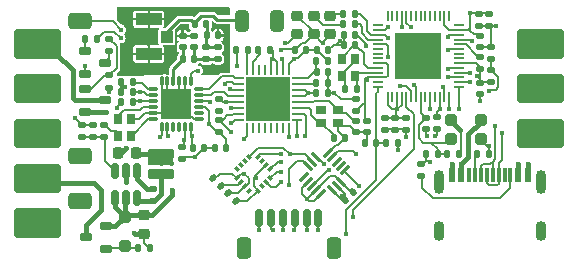
<source format=gbr>
%TF.GenerationSoftware,KiCad,Pcbnew,(7.0.0)*%
%TF.CreationDate,2023-08-06T02:22:59-04:00*%
%TF.ProjectId,Rotini-Hardware,526f7469-6e69-42d4-9861-726477617265,rev?*%
%TF.SameCoordinates,Original*%
%TF.FileFunction,Copper,L1,Top*%
%TF.FilePolarity,Positive*%
%FSLAX46Y46*%
G04 Gerber Fmt 4.6, Leading zero omitted, Abs format (unit mm)*
G04 Created by KiCad (PCBNEW (7.0.0)) date 2023-08-06 02:22:59*
%MOMM*%
%LPD*%
G01*
G04 APERTURE LIST*
G04 Aperture macros list*
%AMRoundRect*
0 Rectangle with rounded corners*
0 $1 Rounding radius*
0 $2 $3 $4 $5 $6 $7 $8 $9 X,Y pos of 4 corners*
0 Add a 4 corners polygon primitive as box body*
4,1,4,$2,$3,$4,$5,$6,$7,$8,$9,$2,$3,0*
0 Add four circle primitives for the rounded corners*
1,1,$1+$1,$2,$3*
1,1,$1+$1,$4,$5*
1,1,$1+$1,$6,$7*
1,1,$1+$1,$8,$9*
0 Add four rect primitives between the rounded corners*
20,1,$1+$1,$2,$3,$4,$5,0*
20,1,$1+$1,$4,$5,$6,$7,0*
20,1,$1+$1,$6,$7,$8,$9,0*
20,1,$1+$1,$8,$9,$2,$3,0*%
%AMRotRect*
0 Rectangle, with rotation*
0 The origin of the aperture is its center*
0 $1 length*
0 $2 width*
0 $3 Rotation angle, in degrees counterclockwise*
0 Add horizontal line*
21,1,$1,$2,0,0,$3*%
G04 Aperture macros list end*
%TA.AperFunction,SMDPad,CuDef*%
%ADD10RoundRect,0.225000X0.225000X0.250000X-0.225000X0.250000X-0.225000X-0.250000X0.225000X-0.250000X0*%
%TD*%
%TA.AperFunction,SMDPad,CuDef*%
%ADD11RoundRect,0.135000X0.135000X0.185000X-0.135000X0.185000X-0.135000X-0.185000X0.135000X-0.185000X0*%
%TD*%
%TA.AperFunction,SMDPad,CuDef*%
%ADD12RoundRect,0.135000X-0.135000X-0.185000X0.135000X-0.185000X0.135000X0.185000X-0.135000X0.185000X0*%
%TD*%
%TA.AperFunction,SMDPad,CuDef*%
%ADD13RoundRect,0.250000X-0.250000X-0.250000X0.250000X-0.250000X0.250000X0.250000X-0.250000X0.250000X0*%
%TD*%
%TA.AperFunction,SMDPad,CuDef*%
%ADD14RoundRect,0.218750X-0.256250X0.218750X-0.256250X-0.218750X0.256250X-0.218750X0.256250X0.218750X0*%
%TD*%
%TA.AperFunction,SMDPad,CuDef*%
%ADD15RoundRect,0.140000X-0.140000X-0.170000X0.140000X-0.170000X0.140000X0.170000X-0.140000X0.170000X0*%
%TD*%
%TA.AperFunction,SMDPad,CuDef*%
%ADD16RoundRect,0.140000X-0.170000X0.140000X-0.170000X-0.140000X0.170000X-0.140000X0.170000X0.140000X0*%
%TD*%
%TA.AperFunction,ComponentPad*%
%ADD17RoundRect,0.250000X-0.250000X0.250000X-0.250000X-0.250000X0.250000X-0.250000X0.250000X0.250000X0*%
%TD*%
%TA.AperFunction,ComponentPad*%
%ADD18R,1.000000X1.000000*%
%TD*%
%TA.AperFunction,SMDPad,CuDef*%
%ADD19RoundRect,0.218750X0.256250X-0.218750X0.256250X0.218750X-0.256250X0.218750X-0.256250X-0.218750X0*%
%TD*%
%TA.AperFunction,SMDPad,CuDef*%
%ADD20RoundRect,0.350000X0.650000X-0.350000X0.650000X0.350000X-0.650000X0.350000X-0.650000X-0.350000X0*%
%TD*%
%TA.AperFunction,ComponentPad*%
%ADD21RoundRect,0.350000X0.350000X-0.350000X0.350000X0.350000X-0.350000X0.350000X-0.350000X-0.350000X0*%
%TD*%
%TA.AperFunction,SMDPad,CuDef*%
%ADD22RoundRect,0.225000X-0.250000X0.225000X-0.250000X-0.225000X0.250000X-0.225000X0.250000X0.225000X0*%
%TD*%
%TA.AperFunction,SMDPad,CuDef*%
%ADD23RoundRect,0.140000X0.170000X-0.140000X0.170000X0.140000X-0.170000X0.140000X-0.170000X-0.140000X0*%
%TD*%
%TA.AperFunction,SMDPad,CuDef*%
%ADD24RoundRect,0.140000X0.140000X0.170000X-0.140000X0.170000X-0.140000X-0.170000X0.140000X-0.170000X0*%
%TD*%
%TA.AperFunction,ComponentPad*%
%ADD25RoundRect,0.250000X0.250000X-0.250000X0.250000X0.250000X-0.250000X0.250000X-0.250000X-0.250000X0*%
%TD*%
%TA.AperFunction,SMDPad,CuDef*%
%ADD26RoundRect,0.135000X-0.185000X0.135000X-0.185000X-0.135000X0.185000X-0.135000X0.185000X0.135000X0*%
%TD*%
%TA.AperFunction,SMDPad,CuDef*%
%ADD27RoundRect,0.050000X0.050000X-0.387500X0.050000X0.387500X-0.050000X0.387500X-0.050000X-0.387500X0*%
%TD*%
%TA.AperFunction,SMDPad,CuDef*%
%ADD28RoundRect,0.050000X0.387500X-0.050000X0.387500X0.050000X-0.387500X0.050000X-0.387500X-0.050000X0*%
%TD*%
%TA.AperFunction,SMDPad,CuDef*%
%ADD29R,4.000000X4.000000*%
%TD*%
%TA.AperFunction,SMDPad,CuDef*%
%ADD30RoundRect,0.150000X0.400000X0.150000X-0.400000X0.150000X-0.400000X-0.150000X0.400000X-0.150000X0*%
%TD*%
%TA.AperFunction,SMDPad,CuDef*%
%ADD31RoundRect,0.212500X0.887500X-0.212500X0.887500X0.212500X-0.887500X0.212500X-0.887500X-0.212500X0*%
%TD*%
%TA.AperFunction,SMDPad,CuDef*%
%ADD32RoundRect,0.075000X-0.350000X-0.075000X0.350000X-0.075000X0.350000X0.075000X-0.350000X0.075000X0*%
%TD*%
%TA.AperFunction,SMDPad,CuDef*%
%ADD33RoundRect,0.075000X-0.075000X-0.350000X0.075000X-0.350000X0.075000X0.350000X-0.075000X0.350000X0*%
%TD*%
%TA.AperFunction,SMDPad,CuDef*%
%ADD34R,2.650000X2.650000*%
%TD*%
%TA.AperFunction,SMDPad,CuDef*%
%ADD35RoundRect,0.140000X0.021213X-0.219203X0.219203X-0.021213X-0.021213X0.219203X-0.219203X0.021213X0*%
%TD*%
%TA.AperFunction,SMDPad,CuDef*%
%ADD36RotRect,1.000000X0.300000X225.000000*%
%TD*%
%TA.AperFunction,SMDPad,CuDef*%
%ADD37RotRect,0.300000X1.000000X225.000000*%
%TD*%
%TA.AperFunction,SMDPad,CuDef*%
%ADD38R,0.600000X1.160000*%
%TD*%
%TA.AperFunction,SMDPad,CuDef*%
%ADD39R,0.300000X1.160000*%
%TD*%
%TA.AperFunction,ComponentPad*%
%ADD40O,0.900000X2.000000*%
%TD*%
%TA.AperFunction,ComponentPad*%
%ADD41O,0.900000X1.700000*%
%TD*%
%TA.AperFunction,SMDPad,CuDef*%
%ADD42RoundRect,0.150000X-0.400000X-0.150000X0.400000X-0.150000X0.400000X0.150000X-0.400000X0.150000X0*%
%TD*%
%TA.AperFunction,SMDPad,CuDef*%
%ADD43R,0.800000X0.900000*%
%TD*%
%TA.AperFunction,SMDPad,CuDef*%
%ADD44RoundRect,0.250000X-0.325000X-0.650000X0.325000X-0.650000X0.325000X0.650000X-0.325000X0.650000X0*%
%TD*%
%TA.AperFunction,SMDPad,CuDef*%
%ADD45RoundRect,0.147500X-0.147500X-0.172500X0.147500X-0.172500X0.147500X0.172500X-0.147500X0.172500X0*%
%TD*%
%TA.AperFunction,SMDPad,CuDef*%
%ADD46RoundRect,0.150000X-0.150000X0.512500X-0.150000X-0.512500X0.150000X-0.512500X0.150000X0.512500X0*%
%TD*%
%TA.AperFunction,SMDPad,CuDef*%
%ADD47RoundRect,0.250000X-0.250000X0.250000X-0.250000X-0.250000X0.250000X-0.250000X0.250000X0.250000X0*%
%TD*%
%TA.AperFunction,SMDPad,CuDef*%
%ADD48R,1.050000X1.000000*%
%TD*%
%TA.AperFunction,SMDPad,CuDef*%
%ADD49R,2.200000X1.050000*%
%TD*%
%TA.AperFunction,SMDPad,CuDef*%
%ADD50RoundRect,0.135000X0.185000X-0.135000X0.185000X0.135000X-0.185000X0.135000X-0.185000X-0.135000X0*%
%TD*%
%TA.AperFunction,SMDPad,CuDef*%
%ADD51RoundRect,0.147500X0.172500X-0.147500X0.172500X0.147500X-0.172500X0.147500X-0.172500X-0.147500X0*%
%TD*%
%TA.AperFunction,SMDPad,CuDef*%
%ADD52RoundRect,0.140000X0.219203X0.021213X0.021213X0.219203X-0.219203X-0.021213X-0.021213X-0.219203X0*%
%TD*%
%TA.AperFunction,SMDPad,CuDef*%
%ADD53RoundRect,0.150000X0.150000X0.625000X-0.150000X0.625000X-0.150000X-0.625000X0.150000X-0.625000X0*%
%TD*%
%TA.AperFunction,SMDPad,CuDef*%
%ADD54RoundRect,0.250000X0.350000X0.650000X-0.350000X0.650000X-0.350000X-0.650000X0.350000X-0.650000X0*%
%TD*%
%TA.AperFunction,SMDPad,CuDef*%
%ADD55R,0.900000X0.800000*%
%TD*%
%TA.AperFunction,SMDPad,CuDef*%
%ADD56RoundRect,0.062500X-0.062500X0.337500X-0.062500X-0.337500X0.062500X-0.337500X0.062500X0.337500X0*%
%TD*%
%TA.AperFunction,SMDPad,CuDef*%
%ADD57RoundRect,0.062500X-0.337500X0.062500X-0.337500X-0.062500X0.337500X-0.062500X0.337500X0.062500X0*%
%TD*%
%TA.AperFunction,SMDPad,CuDef*%
%ADD58R,3.700000X3.700000*%
%TD*%
%TA.AperFunction,SMDPad,CuDef*%
%ADD59RotRect,0.300000X0.450000X315.000000*%
%TD*%
%TA.AperFunction,SMDPad,CuDef*%
%ADD60RotRect,0.300000X0.450000X225.000000*%
%TD*%
%TA.AperFunction,ViaPad*%
%ADD61C,0.450000*%
%TD*%
%TA.AperFunction,Conductor*%
%ADD62C,0.406400*%
%TD*%
%TA.AperFunction,Conductor*%
%ADD63C,0.203200*%
%TD*%
%TA.AperFunction,Conductor*%
%ADD64C,0.200000*%
%TD*%
%TA.AperFunction,Conductor*%
%ADD65C,0.279400*%
%TD*%
%TA.AperFunction,Conductor*%
%ADD66C,0.203000*%
%TD*%
G04 APERTURE END LIST*
D10*
%TO.P,C23,1*%
%TO.N,+3V3*%
X-12931429Y-1525436D03*
%TO.P,C23,2*%
%TO.N,GND*%
X-14481429Y-1525436D03*
%TD*%
D11*
%TO.P,R60,1*%
%TO.N,+3V3*%
X3310000Y6250000D03*
%TO.P,R60,2*%
%TO.N,Net-(U60-EXT_RSTB)*%
X2290000Y6250000D03*
%TD*%
D12*
%TO.P,R63,1*%
%TO.N,CHIP_EN*%
X-2610000Y7150000D03*
%TO.P,R63,2*%
%TO.N,+3V3*%
X-1590000Y7150000D03*
%TD*%
D13*
%TO.P,D42,1,K*%
%TO.N,SNS_VIN*%
X13750000Y-400000D03*
%TO.P,D42,2,A*%
%TO.N,GND*%
X16250000Y-400000D03*
%TD*%
D14*
%TO.P,D60,1,K*%
%TO.N,GND*%
X700000Y10087500D03*
%TO.P,D60,2,A*%
%TO.N,Net-(D60-A)*%
X700000Y8512500D03*
%TD*%
D15*
%TO.P,C12,1*%
%TO.N,GND*%
X4642149Y7621793D03*
%TO.P,C12,2*%
%TO.N,Net-(U1-XTAL_N)*%
X5602149Y7621793D03*
%TD*%
%TO.P,C63,1*%
%TO.N,+3V3*%
X2370000Y7150000D03*
%TO.P,C63,2*%
%TO.N,GND*%
X3330000Y7150000D03*
%TD*%
D11*
%TO.P,R41,1*%
%TO.N,LED_MISC*%
X5629349Y9350166D03*
%TO.P,R41,2*%
%TO.N,Net-(D41-A)*%
X4609349Y9350166D03*
%TD*%
D16*
%TO.P,C10,1*%
%TO.N,GND*%
X5700000Y2980000D03*
%TO.P,C10,2*%
%TO.N,+3V3*%
X5700000Y2020000D03*
%TD*%
D17*
%TO.P,J2,1,Pin_1*%
%TO.N,GND*%
X-22800000Y4650000D03*
D18*
X-22799999Y3899999D03*
D17*
X-22800000Y3150000D03*
D18*
X-22049999Y4649999D03*
X-22049999Y3899999D03*
X-22049999Y3149999D03*
X-21299999Y4649999D03*
X-21299999Y3899999D03*
X-21299999Y3149999D03*
X-20549999Y4649999D03*
X-20549999Y3899999D03*
X-20549999Y3149999D03*
D17*
X-19800000Y4650000D03*
D18*
X-19799999Y3899999D03*
D17*
X-19800000Y3150000D03*
%TD*%
D19*
%TO.P,D40,1,K*%
%TO.N,GND*%
X3500000Y8512500D03*
%TO.P,D40,2,A*%
%TO.N,Net-(D40-A)*%
X3500000Y10087500D03*
%TD*%
D20*
%TO.P,J3,1,Pin_1*%
%TO.N,SparePin1*%
X-17700000Y-5600000D03*
D21*
X-17400000Y-5600000D03*
%TD*%
D15*
%TO.P,C62,1*%
%TO.N,+3V3*%
X2320000Y3500000D03*
%TO.P,C62,2*%
%TO.N,GND*%
X3280000Y3500000D03*
%TD*%
D12*
%TO.P,R56,1*%
%TO.N,Net-(U52-CC1)*%
X15890000Y-1600000D03*
%TO.P,R56,2*%
%TO.N,GND*%
X16910000Y-1600000D03*
%TD*%
D22*
%TO.P,C20,2*%
%TO.N,GND*%
X-12300000Y-8375000D03*
%TO.P,C20,1*%
%TO.N,VCC*%
X-12300000Y-6825000D03*
%TD*%
D23*
%TO.P,C4,1*%
%TO.N,GND*%
X16200000Y3420000D03*
%TO.P,C4,2*%
%TO.N,+3V3*%
X16200000Y4380000D03*
%TD*%
D15*
%TO.P,C102,1*%
%TO.N,Net-(C102-Pad1)*%
X-6980000Y8400000D03*
%TO.P,C102,2*%
%TO.N,GND*%
X-6020000Y8400000D03*
%TD*%
D20*
%TO.P,J7,1,Pin_1*%
%TO.N,SparePin2*%
X-17700000Y-1800000D03*
D21*
X-17400000Y-1800000D03*
%TD*%
D23*
%TO.P,C7,1*%
%TO.N,GND*%
X16100000Y9220000D03*
%TO.P,C7,2*%
%TO.N,+3V3*%
X16100000Y10180000D03*
%TD*%
D11*
%TO.P,R67,1*%
%TO.N,GPIO16*%
X-3490000Y7150000D03*
%TO.P,R67,2*%
%TO.N,Net-(D60-A)*%
X-4510000Y7150000D03*
%TD*%
D24*
%TO.P,C13,1*%
%TO.N,E_EN*%
X7380000Y-700000D03*
%TO.P,C13,2*%
%TO.N,GND*%
X6420000Y-700000D03*
%TD*%
D25*
%TO.P,J208,1,Pin_1*%
%TO.N,PPM_B*%
X22800000Y3150000D03*
D18*
X22799999Y3899999D03*
D25*
X22800000Y4650000D03*
D18*
X22049999Y3149999D03*
X22049999Y3899999D03*
X22049999Y4649999D03*
X21299999Y3149999D03*
X21299999Y3899999D03*
X21299999Y4649999D03*
X20549999Y3149999D03*
X20549999Y3899999D03*
X20549999Y4649999D03*
D25*
X19800000Y3150000D03*
D18*
X19799999Y3899999D03*
D25*
X19800000Y4650000D03*
%TD*%
D24*
%TO.P,C61,1*%
%TO.N,GND*%
X4780000Y-300000D03*
%TO.P,C61,2*%
%TO.N,Net-(U60-XTAL_OUT)*%
X3820000Y-300000D03*
%TD*%
D26*
%TO.P,R4,1*%
%TO.N,SNS_VER*%
X17100000Y5510000D03*
%TO.P,R4,2*%
%TO.N,+3V3*%
X17100000Y4490000D03*
%TD*%
D19*
%TO.P,D41,1,K*%
%TO.N,GND*%
X2100000Y8512500D03*
%TO.P,D41,2,A*%
%TO.N,Net-(D41-A)*%
X2100000Y10087500D03*
%TD*%
D26*
%TO.P,R20,1*%
%TO.N,+3V3*%
X-16600000Y810000D03*
%TO.P,R20,2*%
%TO.N,Net-(U20-FB)*%
X-16600000Y-210000D03*
%TD*%
D24*
%TO.P,C11,1*%
%TO.N,Net-(U1-XTAL_P)*%
X5730000Y3850000D03*
%TO.P,C11,2*%
%TO.N,GND*%
X4770000Y3850000D03*
%TD*%
D15*
%TO.P,C70,1*%
%TO.N,Net-(U70-DCC_FB)*%
X-8130000Y-1125000D03*
%TO.P,C70,2*%
%TO.N,GND*%
X-7170000Y-1125000D03*
%TD*%
D27*
%TO.P,U1,1,VDDA*%
%TO.N,+3V3*%
X8350000Y3212500D03*
%TO.P,U1,2,LNA_IN*%
%TO.N,unconnected-(U1-LNA_IN-Pad2)*%
X8750000Y3212500D03*
%TO.P,U1,3,VDD3P3*%
%TO.N,+3V3*%
X9150000Y3212500D03*
%TO.P,U1,4,VDD3P3*%
X9550000Y3212500D03*
%TO.P,U1,5,GPIO0*%
%TO.N,E_BOOT*%
X9950000Y3212500D03*
%TO.P,U1,6,GPIO1*%
%TO.N,P_MISO*%
X10350000Y3212500D03*
%TO.P,U1,7,GPIO2*%
%TO.N,Mag_CS*%
X10750000Y3212500D03*
%TO.P,U1,8,GPIO3*%
%TO.N,SNS_VIN*%
X11150000Y3212500D03*
%TO.P,U1,9,GPIO4*%
%TO.N,unconnected-(U1-GPIO4-Pad9)*%
X11550000Y3212500D03*
%TO.P,U1,10,GPIO5*%
%TO.N,SNS_VER*%
X11950000Y3212500D03*
%TO.P,U1,11,GPIO6*%
%TO.N,unconnected-(U1-GPIO6-Pad11)*%
X12350000Y3212500D03*
%TO.P,U1,12,GPIO7*%
%TO.N,X_TX*%
X12750000Y3212500D03*
%TO.P,U1,13,GPIO8*%
%TO.N,X_RX*%
X13150000Y3212500D03*
%TO.P,U1,14,GPIO9*%
%TO.N,SparePin1*%
X13550000Y3212500D03*
D28*
%TO.P,U1,15,GPIO10*%
%TO.N,SparePin2*%
X14387500Y4050000D03*
%TO.P,U1,16,GPIO11*%
%TO.N,A1_CS*%
X14387500Y4450000D03*
%TO.P,U1,17,GPIO12*%
%TO.N,A_INT*%
X14387500Y4850000D03*
%TO.P,U1,18,GPIO13*%
%TO.N,Mag_INT*%
X14387500Y5250000D03*
%TO.P,U1,19,GPIO14*%
%TO.N,P_MOSI*%
X14387500Y5650000D03*
%TO.P,U1,20,VDD3P3_RTC*%
%TO.N,+3V3*%
X14387500Y6050000D03*
%TO.P,U1,21,XTAL32K_P*%
%TO.N,unconnected-(U1-XTAL32K_P-Pad21)*%
X14387500Y6450000D03*
%TO.P,U1,22,XTAL_32K_N*%
%TO.N,unconnected-(U1-XTAL_32K_N-Pad22)*%
X14387500Y6850000D03*
%TO.P,U1,23,DAC_1*%
%TO.N,P_SCK*%
X14387500Y7250000D03*
%TO.P,U1,24,DAC_2*%
%TO.N,Net-(U1-DAC_2)*%
X14387500Y7650000D03*
%TO.P,U1,25,GPIO19*%
%TO.N,E_D-*%
X14387500Y8050000D03*
%TO.P,U1,26,GPIO20*%
%TO.N,E_D+*%
X14387500Y8450000D03*
%TO.P,U1,27,VDD3P3_RTC_IO*%
%TO.N,+3V3*%
X14387500Y8850000D03*
%TO.P,U1,28,GPIO21*%
%TO.N,unconnected-(U1-GPIO21-Pad28)*%
X14387500Y9250000D03*
D27*
%TO.P,U1,29,29SPIS1*%
%TO.N,unconnected-(U1-29SPIS1-Pad29)*%
X13550000Y10087500D03*
%TO.P,U1,30,VDD_SPI*%
%TO.N,+3V3*%
X13150000Y10087500D03*
%TO.P,U1,31,SPIHD*%
%TO.N,unconnected-(U1-SPIHD-Pad31)*%
X12750000Y10087500D03*
%TO.P,U1,32,SPIWD*%
%TO.N,unconnected-(U1-SPIWD-Pad32)*%
X12350000Y10087500D03*
%TO.P,U1,33,SPIS0*%
%TO.N,unconnected-(U1-SPIS0-Pad33)*%
X11950000Y10087500D03*
%TO.P,U1,34,SPICLK*%
%TO.N,unconnected-(U1-SPICLK-Pad34)*%
X11550000Y10087500D03*
%TO.P,U1,35,SPIQ*%
%TO.N,unconnected-(U1-SPIQ-Pad35)*%
X11150000Y10087500D03*
%TO.P,U1,36,SPID*%
%TO.N,unconnected-(U1-SPID-Pad36)*%
X10750000Y10087500D03*
%TO.P,U1,37,GPIO33*%
%TO.N,unconnected-(U1-GPIO33-Pad37)*%
X10350000Y10087500D03*
%TO.P,U1,38,GPIO34*%
%TO.N,PPM_F*%
X9950000Y10087500D03*
%TO.P,U1,39,GPIO35*%
%TO.N,PPM_B*%
X9550000Y10087500D03*
%TO.P,U1,40,GPIO36*%
%TO.N,unconnected-(U1-GPIO36-Pad40)*%
X9150000Y10087500D03*
%TO.P,U1,41,GPIO37*%
%TO.N,unconnected-(U1-GPIO37-Pad41)*%
X8750000Y10087500D03*
%TO.P,U1,42,GPIO38*%
%TO.N,unconnected-(U1-GPIO38-Pad42)*%
X8350000Y10087500D03*
D28*
%TO.P,U1,43,MTCK*%
%TO.N,unconnected-(U1-MTCK-Pad43)*%
X7512500Y9250000D03*
%TO.P,U1,44,MTDO*%
%TO.N,SparePin3*%
X7512500Y8850000D03*
%TO.P,U1,45,VDD3P3_CPU*%
%TO.N,+3V3*%
X7512500Y8450000D03*
%TO.P,U1,46,MTDI*%
%TO.N,LED_MISC*%
X7512500Y8050000D03*
%TO.P,U1,47,MTMS*%
%TO.N,LED_HV*%
X7512500Y7650000D03*
%TO.P,U1,48,U0TXD*%
%TO.N,unconnected-(U1-U0TXD-Pad48)*%
X7512500Y7250000D03*
%TO.P,U1,49,U0RXD*%
%TO.N,unconnected-(U1-U0RXD-Pad49)*%
X7512500Y6850000D03*
%TO.P,U1,50,GPIO45*%
%TO.N,unconnected-(U1-GPIO45-Pad50)*%
X7512500Y6450000D03*
%TO.P,U1,51,VDDA*%
%TO.N,+3V3*%
X7512500Y6050000D03*
%TO.P,U1,52,XTAL_N*%
%TO.N,Net-(U1-XTAL_N)*%
X7512500Y5650000D03*
%TO.P,U1,53,XTAL_P*%
%TO.N,Net-(U1-XTAL_P)*%
X7512500Y5250000D03*
%TO.P,U1,54,VDDA*%
%TO.N,+3V3*%
X7512500Y4850000D03*
%TO.P,U1,55,GPIO46*%
%TO.N,unconnected-(U1-GPIO46-Pad55)*%
X7512500Y4450000D03*
%TO.P,U1,56,CHIP_PU*%
%TO.N,E_EN*%
X7512500Y4050000D03*
D29*
%TO.P,U1,57,EPAD*%
%TO.N,GND*%
X10949999Y6649999D03*
%TD*%
D23*
%TO.P,C9,1*%
%TO.N,GND*%
X6600000Y220000D03*
%TO.P,C9,2*%
%TO.N,+3V3*%
X6600000Y1180000D03*
%TD*%
D30*
%TO.P,Q20,3,D*%
%TO.N,Net-(J205-Pin_1)*%
X-17150000Y-8700000D03*
%TO.P,Q20,2,S*%
%TO.N,VCC*%
X-15450000Y-7750000D03*
%TO.P,Q20,1,G*%
%TO.N,Net-(D21-A)*%
X-15450000Y-9650000D03*
%TD*%
D24*
%TO.P,C74,1*%
%TO.N,Net-(U70-VR_PA)*%
X-13225000Y4450000D03*
%TO.P,C74,2*%
%TO.N,GND*%
X-14185000Y4450000D03*
%TD*%
D12*
%TO.P,R1,1*%
%TO.N,E_EN*%
X8190000Y-700000D03*
%TO.P,R1,2*%
%TO.N,+3V3*%
X9210000Y-700000D03*
%TD*%
D31*
%TO.P,L20,2,2*%
%TO.N,+3V3*%
X-10850000Y-1675000D03*
%TO.P,L20,1,1*%
%TO.N,Net-(U20-LX)*%
X-10850000Y-3325000D03*
%TD*%
D12*
%TO.P,R32,1*%
%TO.N,Net-(Q31-G)*%
X-17310000Y8100000D03*
%TO.P,R32,2*%
%TO.N,LED_HV*%
X-16290000Y8100000D03*
%TD*%
%TO.P,R43,1*%
%TO.N,GND*%
X11590000Y-1600000D03*
%TO.P,R43,2*%
%TO.N,SNS_VIN*%
X12610000Y-1600000D03*
%TD*%
D23*
%TO.P,C6,1*%
%TO.N,GND*%
X16950000Y9220000D03*
%TO.P,C6,2*%
%TO.N,+3V3*%
X16950000Y10180000D03*
%TD*%
%TO.P,C104,1*%
%TO.N,Net-(C101-Pad1)*%
X-6000000Y6420000D03*
%TO.P,C104,2*%
%TO.N,Net-(C102-Pad1)*%
X-6000000Y7380000D03*
%TD*%
%TO.P,C1,1*%
%TO.N,GND*%
X8100000Y420000D03*
%TO.P,C1,2*%
%TO.N,+3V3*%
X8100000Y1380000D03*
%TD*%
D32*
%TO.P,U70,1,VR_PA*%
%TO.N,Net-(U70-VR_PA)*%
X-11485000Y3830000D03*
%TO.P,U70,2,VDD_IN*%
%TO.N,Net-(U70-DCC_FB)*%
X-11485000Y3330000D03*
%TO.P,U70,3,NRESET*%
%TO.N,GPIO2*%
X-11485000Y2830000D03*
%TO.P,U70,4,XTA*%
%TO.N,Net-(U70-XTA)*%
X-11485000Y2330000D03*
%TO.P,U70,5,GND*%
%TO.N,GND*%
X-11485000Y1830000D03*
%TO.P,U70,6,XTB*%
%TO.N,Net-(U70-XTB)*%
X-11485000Y1330000D03*
D33*
%TO.P,U70,7,BUSY*%
%TO.N,GPIO5*%
X-10785000Y630000D03*
%TO.P,U70,8,DIO1*%
%TO.N,GPIO4*%
X-10285000Y630000D03*
%TO.P,U70,9,DIO2*%
%TO.N,unconnected-(U70-DIO2-Pad9)*%
X-9785000Y630000D03*
%TO.P,U70,10,DIO3*%
%TO.N,unconnected-(U70-DIO3-Pad10)*%
X-9285000Y630000D03*
%TO.P,U70,11,VBAT_IO*%
%TO.N,+3V3*%
X-8785000Y630000D03*
%TO.P,U70,12,DCC_FB*%
%TO.N,Net-(U70-DCC_FB)*%
X-8285000Y630000D03*
D32*
%TO.P,U70,13,GND*%
%TO.N,GND*%
X-7585000Y1330000D03*
%TO.P,U70,14,DCC_SW*%
%TO.N,unconnected-(U70-DCC_SW-Pad14)*%
X-7585000Y1830000D03*
%TO.P,U70,15,VBAT*%
%TO.N,+3V3*%
X-7585000Y2330000D03*
%TO.P,U70,16,MISO_TX*%
%TO.N,GPIO12*%
X-7585000Y2830000D03*
%TO.P,U70,17,MOSI_RX*%
%TO.N,GPIO13*%
X-7585000Y3330000D03*
%TO.P,U70,18,SCK_RTSN*%
%TO.N,GPIO14*%
X-7585000Y3830000D03*
D33*
%TO.P,U70,19,NSS_CTS*%
%TO.N,GPIO15*%
X-8285000Y4530000D03*
%TO.P,U70,20,GND*%
%TO.N,GND*%
X-8785000Y4530000D03*
%TO.P,U70,21,GND*%
X-9285000Y4530000D03*
%TO.P,U70,22,RFIO*%
%TO.N,Net-(U70-RFIO)*%
X-9785000Y4530000D03*
%TO.P,U70,23,GND*%
%TO.N,GND*%
X-10285000Y4530000D03*
%TO.P,U70,24,GND*%
X-10785000Y4530000D03*
D34*
%TO.P,U70,25,GND_PAD*%
X-9534999Y2579999D03*
%TD*%
D17*
%TO.P,J207,1,Pin_1*%
%TO.N,PPM_F*%
X19800000Y850000D03*
D18*
X19799999Y99999D03*
D17*
X19800000Y-650000D03*
D18*
X20549999Y849999D03*
X20549999Y99999D03*
X20549999Y-649999D03*
X21299999Y849999D03*
X21299999Y99999D03*
X21299999Y-649999D03*
X22049999Y849999D03*
X22049999Y99999D03*
X22049999Y-649999D03*
D17*
X22800000Y850000D03*
D18*
X22799999Y99999D03*
D17*
X22800000Y-650000D03*
%TD*%
D26*
%TO.P,R66,1*%
%TO.N,GPIO15*%
X-5905000Y3035000D03*
%TO.P,R66,2*%
%TO.N,GND*%
X-5905000Y2015000D03*
%TD*%
D35*
%TO.P,C31,1*%
%TO.N,+3V3*%
X4760589Y-5539411D03*
%TO.P,C31,2*%
%TO.N,GND*%
X5439411Y-4860589D03*
%TD*%
D23*
%TO.P,C3,1*%
%TO.N,GND*%
X9000000Y420000D03*
%TO.P,C3,2*%
%TO.N,+3V3*%
X9000000Y1380000D03*
%TD*%
D11*
%TO.P,R40,1*%
%TO.N,+3V3*%
X5629349Y10250166D03*
%TO.P,R40,2*%
%TO.N,Net-(D40-A)*%
X4609349Y10250166D03*
%TD*%
D36*
%TO.P,U31,1,VDDIO*%
%TO.N,+3V3*%
X4732411Y-2981801D03*
%TO.P,U31,2,NC*%
%TO.N,unconnected-(U31-NC-Pad2)*%
X4378857Y-2628248D03*
%TO.P,U31,3,NC*%
%TO.N,unconnected-(U31-NC-Pad3)*%
X4025304Y-2274694D03*
%TO.P,U31,4,SCK*%
%TO.N,P_SCK*%
X3671750Y-1921141D03*
%TO.P,U31,5,GND*%
%TO.N,GND*%
X3318197Y-1567587D03*
D37*
%TO.P,U31,6,MOSI*%
%TO.N,P_MOSI*%
X2328248Y-1921141D03*
%TO.P,U31,7,MISO*%
%TO.N,P_MISO*%
X1974694Y-2274694D03*
%TO.P,U31,8,CS*%
%TO.N,A1_CS*%
X1621141Y-2628248D03*
D36*
%TO.P,U31,9,INT2*%
%TO.N,unconnected-(U31-INT2-Pad9)*%
X1267587Y-3618197D03*
%TO.P,U31,10,GNDR*%
%TO.N,GND*%
X1621141Y-3971750D03*
%TO.P,U31,11,INT1*%
%TO.N,A_INT*%
X1974694Y-4325304D03*
%TO.P,U31,12,GND*%
%TO.N,GND*%
X2328248Y-4678857D03*
%TO.P,U31,13,GND*%
X2681801Y-5032411D03*
D37*
%TO.P,U31,14,VDD*%
%TO.N,+3V3*%
X3671750Y-4678857D03*
%TO.P,U31,15,VDDR*%
X4025304Y-4325304D03*
%TO.P,U31,16,GND*%
%TO.N,GND*%
X4378857Y-3971750D03*
%TD*%
D38*
%TO.P,U52,A1,GND*%
%TO.N,GND*%
X13799999Y-3404999D03*
%TO.P,U52,A4,VBUS*%
%TO.N,Net-(D20-A)*%
X14599999Y-3404999D03*
D39*
%TO.P,U52,A5,CC1*%
%TO.N,Net-(U52-CC1)*%
X15749999Y-3404999D03*
%TO.P,U52,A6,D+*%
%TO.N,E_D+*%
X16749999Y-3404999D03*
%TO.P,U52,A7,D-*%
%TO.N,E_D-*%
X17249999Y-3404999D03*
%TO.P,U52,A8,SBU1*%
%TO.N,unconnected-(U52-SBU1-PadA8)*%
X18249999Y-3404999D03*
D38*
%TO.P,U52,A9,VBUS*%
%TO.N,Net-(D20-A)*%
X19399999Y-3404999D03*
%TO.P,U52,A12,GND*%
%TO.N,GND*%
X20199999Y-3404999D03*
%TO.P,U52,B1,GND*%
X20199999Y-3404999D03*
%TO.P,U52,B4,VBUS*%
%TO.N,Net-(D20-A)*%
X19399999Y-3404999D03*
D39*
%TO.P,U52,B5,CC2*%
%TO.N,Net-(U52-CC2)*%
X18749999Y-3404999D03*
%TO.P,U52,B6,D+*%
%TO.N,E_D+*%
X17749999Y-3404999D03*
%TO.P,U52,B7,D-*%
%TO.N,E_D-*%
X16249999Y-3404999D03*
%TO.P,U52,B8,SBU2*%
%TO.N,unconnected-(U52-SBU2-PadB8)*%
X15249999Y-3404999D03*
D38*
%TO.P,U52,B9,VBUS*%
%TO.N,Net-(D20-A)*%
X14599999Y-3404999D03*
%TO.P,U52,B12,GND*%
%TO.N,GND*%
X13799999Y-3404999D03*
D40*
%TO.P,U52,S1,SHIELD*%
%TO.N,unconnected-(U52-SHIELD-PadS1)*%
X12679999Y-3984999D03*
D41*
X12679999Y-8154999D03*
D40*
X21319999Y-3984999D03*
D41*
X21319999Y-8154999D03*
%TD*%
D42*
%TO.P,Q30,1,G*%
%TO.N,Net-(Q30-G)*%
X-17250000Y3850000D03*
%TO.P,Q30,2,S*%
%TO.N,VCC*%
X-17250000Y1950000D03*
%TO.P,Q30,3,D*%
%TO.N,/LED1/LED_out*%
X-15550000Y2900000D03*
%TD*%
D26*
%TO.P,R65,1*%
%TO.N,X_BOOT*%
X-5905000Y1235000D03*
%TO.P,R65,2*%
%TO.N,+3V3*%
X-5905000Y215000D03*
%TD*%
D23*
%TO.P,C5,1*%
%TO.N,GND*%
X16200000Y7420000D03*
%TO.P,C5,2*%
%TO.N,+3V3*%
X16200000Y8380000D03*
%TD*%
D11*
%TO.P,R64,1*%
%TO.N,GPIO2*%
X-13195000Y2725000D03*
%TO.P,R64,2*%
%TO.N,+3V3*%
X-14215000Y2725000D03*
%TD*%
D24*
%TO.P,C65,1*%
%TO.N,+3V3*%
X1480000Y7150000D03*
%TO.P,C65,2*%
%TO.N,GND*%
X520000Y7150000D03*
%TD*%
D43*
%TO.P,U2,1,1*%
%TO.N,Net-(U1-XTAL_N)*%
X4499999Y6399999D03*
%TO.P,U2,2,2*%
%TO.N,GND*%
X4499999Y4999999D03*
%TO.P,U2,3,3*%
%TO.N,Net-(U1-XTAL_P)*%
X5599999Y4999999D03*
%TO.P,U2,4,4*%
%TO.N,GND*%
X5599999Y6399999D03*
%TD*%
D16*
%TO.P,C40,1*%
%TO.N,SNS_VIN*%
X11598825Y1439078D03*
%TO.P,C40,2*%
%TO.N,GND*%
X11598825Y479078D03*
%TD*%
D44*
%TO.P,J61,1,FEED*%
%TO.N,Net-(J60-In)*%
X-3975000Y9600000D03*
%TO.P,J61,2,PCB_Trace*%
%TO.N,unconnected-(J61-PCB_Trace-Pad2)*%
X-1025000Y9600000D03*
%TD*%
D13*
%TO.P,D20,1,K*%
%TO.N,VCC*%
X13750000Y1200000D03*
%TO.P,D20,2,A*%
%TO.N,Net-(D20-A)*%
X16250000Y1200000D03*
%TD*%
D42*
%TO.P,Q31,1,G*%
%TO.N,Net-(Q31-G)*%
X-17250000Y7050000D03*
%TO.P,Q31,2,S*%
%TO.N,GND*%
X-17250000Y5150000D03*
%TO.P,Q31,3,D*%
%TO.N,Net-(Q31-D)*%
X-15550000Y6100000D03*
%TD*%
D16*
%TO.P,C72,1*%
%TO.N,+3V3*%
X-9050000Y-1070000D03*
%TO.P,C72,2*%
%TO.N,GND*%
X-9050000Y-2030000D03*
%TD*%
D17*
%TO.P,J4,1,Pin_1*%
%TO.N,/LED1/LED_out*%
X-22800000Y8450000D03*
D18*
X-22799999Y7699999D03*
D17*
X-22800000Y6950000D03*
D18*
X-22049999Y8449999D03*
X-22049999Y7699999D03*
X-22049999Y6949999D03*
X-21299999Y8449999D03*
X-21299999Y7699999D03*
X-21299999Y6949999D03*
X-20549999Y8449999D03*
X-20549999Y7699999D03*
X-20549999Y6949999D03*
D17*
X-19800000Y8450000D03*
D18*
X-19799999Y7699999D03*
D17*
X-19800000Y6950000D03*
%TD*%
D23*
%TO.P,C60,1*%
%TO.N,GND*%
X5700000Y190000D03*
%TO.P,C60,2*%
%TO.N,Net-(U60-XTAL_IN)*%
X5700000Y1150000D03*
%TD*%
D45*
%TO.P,L101,1,1*%
%TO.N,Net-(U70-RFIO)*%
X-8985000Y6400000D03*
%TO.P,L101,2,2*%
%TO.N,Net-(C101-Pad1)*%
X-8015000Y6400000D03*
%TD*%
D24*
%TO.P,C71,1*%
%TO.N,Net-(U70-DCC_FB)*%
X-13225000Y3600000D03*
%TO.P,C71,2*%
%TO.N,GND*%
X-14185000Y3600000D03*
%TD*%
D46*
%TO.P,U20,6,LX*%
%TO.N,Net-(U20-LX)*%
X-12850000Y-5337500D03*
%TO.P,U20,5,IN*%
%TO.N,VCC*%
X-13800000Y-5337500D03*
%TO.P,U20,4,EN*%
X-14750000Y-5337500D03*
%TO.P,U20,3,FB*%
%TO.N,Net-(U20-FB)*%
X-14750000Y-3062500D03*
%TO.P,U20,2,GND*%
%TO.N,GND*%
X-13800000Y-3062500D03*
%TO.P,U20,1,BS*%
%TO.N,Net-(U20-BS)*%
X-12850000Y-3062500D03*
%TD*%
D24*
%TO.P,C73,1*%
%TO.N,+3V3*%
X-5320000Y-1100000D03*
%TO.P,C73,2*%
%TO.N,GND*%
X-6280000Y-1100000D03*
%TD*%
D47*
%TO.P,D21,2,A*%
%TO.N,Net-(D21-A)*%
X-13900000Y-9450000D03*
%TO.P,D21,1,K*%
%TO.N,VCC*%
X-13900000Y-6950000D03*
%TD*%
D23*
%TO.P,C101,1*%
%TO.N,Net-(C101-Pad1)*%
X-8000000Y7420000D03*
%TO.P,C101,2*%
%TO.N,GND*%
X-8000000Y8380000D03*
%TD*%
D48*
%TO.P,J60,1,In*%
%TO.N,Net-(J60-In)*%
X-10349999Y8299999D03*
D49*
%TO.P,J60,2,Ext*%
%TO.N,GND*%
X-11874999Y6824999D03*
X-11874999Y9774999D03*
%TD*%
D17*
%TO.P,J6,1,Pin_1*%
%TO.N,GND*%
X19800000Y8450000D03*
D18*
X19799999Y7699999D03*
D17*
X19800000Y6950000D03*
D18*
X20549999Y8449999D03*
X20549999Y7699999D03*
X20549999Y6949999D03*
X21299999Y8449999D03*
X21299999Y7699999D03*
X21299999Y6949999D03*
X22049999Y8449999D03*
X22049999Y7699999D03*
X22049999Y6949999D03*
D17*
X22800000Y8450000D03*
D18*
X22799999Y7699999D03*
D17*
X22800000Y6950000D03*
%TD*%
D50*
%TO.P,R21,1*%
%TO.N,Net-(U20-FB)*%
X-15700000Y-210000D03*
%TO.P,R21,2*%
%TO.N,GND*%
X-15700000Y810000D03*
%TD*%
D51*
%TO.P,L102,1,1*%
%TO.N,Net-(C101-Pad1)*%
X-7000000Y6415000D03*
%TO.P,L102,2,2*%
%TO.N,Net-(C102-Pad1)*%
X-7000000Y7385000D03*
%TD*%
D17*
%TO.P,J206,1,Pin_1*%
%TO.N,GND*%
X-22800000Y-6750000D03*
D18*
X-22799999Y-7499999D03*
D17*
X-22800000Y-8250000D03*
D18*
X-22049999Y-6749999D03*
X-22049999Y-7499999D03*
X-22049999Y-8249999D03*
X-21299999Y-6749999D03*
X-21299999Y-7499999D03*
X-21299999Y-8249999D03*
X-20549999Y-6749999D03*
X-20549999Y-7499999D03*
X-20549999Y-8249999D03*
D17*
X-19800000Y-6750000D03*
D18*
X-19799999Y-7499999D03*
D17*
X-19800000Y-8250000D03*
%TD*%
D26*
%TO.P,R5,1*%
%TO.N,GND*%
X17100000Y7410000D03*
%TO.P,R5,2*%
%TO.N,SNS_VER*%
X17100000Y6390000D03*
%TD*%
D52*
%TO.P,C17,1*%
%TO.N,+3V3*%
X-4460589Y-5639411D03*
%TO.P,C17,2*%
%TO.N,GND*%
X-5139411Y-4960589D03*
%TD*%
D24*
%TO.P,C103,1*%
%TO.N,Net-(C102-Pad1)*%
X-7020000Y9350000D03*
%TO.P,C103,2*%
%TO.N,Net-(J60-In)*%
X-7980000Y9350000D03*
%TD*%
D52*
%TO.P,C16,1*%
%TO.N,Net-(U3-CAP)*%
X-5760589Y-4339411D03*
%TO.P,C16,2*%
%TO.N,GND*%
X-6439411Y-3660589D03*
%TD*%
D15*
%TO.P,C8,1*%
%TO.N,GND*%
X4640603Y8469961D03*
%TO.P,C8,2*%
%TO.N,+3V3*%
X5600603Y8469961D03*
%TD*%
D53*
%TO.P,J1,1,Pin_1*%
%TO.N,+3V3*%
X2500000Y-7075000D03*
%TO.P,J1,2,Pin_2*%
%TO.N,E_BOOT*%
X1500000Y-7075000D03*
%TO.P,J1,3,Pin_3*%
%TO.N,X_TX*%
X500000Y-7075000D03*
%TO.P,J1,4,Pin_4*%
%TO.N,X_RX*%
X-500000Y-7075000D03*
%TO.P,J1,5,Pin_5*%
%TO.N,X_BOOT*%
X-1500000Y-7075000D03*
%TO.P,J1,6,Pin_6*%
%TO.N,GND*%
X-2500000Y-7075000D03*
D54*
%TO.P,J1,MP*%
%TO.N,N/C*%
X3800000Y-9600000D03*
X-3800000Y-9600000D03*
%TD*%
D16*
%TO.P,C21,2*%
%TO.N,Net-(U20-LX)*%
X-11550000Y-5580000D03*
%TO.P,C21,1*%
%TO.N,Net-(U20-BS)*%
X-11550000Y-4620000D03*
%TD*%
D12*
%TO.P,R22,2*%
%TO.N,GND*%
X-11790000Y-9600000D03*
%TO.P,R22,1*%
%TO.N,Net-(D21-A)*%
X-12810000Y-9600000D03*
%TD*%
D26*
%TO.P,R31,1*%
%TO.N,Net-(Q30-G)*%
X-15200000Y8110000D03*
%TO.P,R31,2*%
%TO.N,Net-(Q31-D)*%
X-15200000Y7090000D03*
%TD*%
D24*
%TO.P,C64,1*%
%TO.N,GND*%
X3300000Y5300000D03*
%TO.P,C64,2*%
%TO.N,Net-(U60-EXT_RSTB)*%
X2340000Y5300000D03*
%TD*%
D26*
%TO.P,R68,1*%
%TO.N,X_TX*%
X12500000Y1460000D03*
%TO.P,R68,2*%
%TO.N,+3V3*%
X12500000Y440000D03*
%TD*%
D12*
%TO.P,R42,1*%
%TO.N,SNS_VIN*%
X13390000Y-1600000D03*
%TO.P,R42,2*%
%TO.N,VCC*%
X14410000Y-1600000D03*
%TD*%
D50*
%TO.P,R30,1*%
%TO.N,VCC*%
X-15200000Y3990000D03*
%TO.P,R30,2*%
%TO.N,Net-(Q30-G)*%
X-15200000Y5010000D03*
%TD*%
D26*
%TO.P,R57,1*%
%TO.N,GND*%
X11200000Y-2490000D03*
%TO.P,R57,2*%
%TO.N,Net-(U52-CC2)*%
X11200000Y-3510000D03*
%TD*%
D43*
%TO.P,U71,1,1*%
%TO.N,Net-(U70-XTB)*%
X-13354999Y-74999D03*
%TO.P,U71,2,2*%
%TO.N,GND*%
X-13354999Y1324999D03*
%TO.P,U71,3,3*%
%TO.N,Net-(U70-XTA)*%
X-14454999Y1324999D03*
%TO.P,U71,4,4*%
%TO.N,GND*%
X-14454999Y-74999D03*
%TD*%
D55*
%TO.P,U61,1,1*%
%TO.N,Net-(U60-XTAL_IN)*%
X4149999Y2099999D03*
%TO.P,U61,2,2*%
%TO.N,GND*%
X2749999Y2099999D03*
%TO.P,U61,3,3*%
%TO.N,Net-(U60-XTAL_OUT)*%
X2749999Y999999D03*
%TO.P,U61,4,4*%
%TO.N,GND*%
X4149999Y999999D03*
%TD*%
D56*
%TO.P,U60,1,VDDA*%
%TO.N,+3V3*%
X-30000Y5475000D03*
%TO.P,U60,2,LNA*%
%TO.N,/ExpressLRS-RX/trace_antenna*%
X-530000Y5475000D03*
%TO.P,U60,3,VDD3P3*%
%TO.N,+3V3*%
X-1030000Y5475000D03*
%TO.P,U60,4,VDD3P3*%
X-1530000Y5475000D03*
%TO.P,U60,5,VDD_RTC*%
%TO.N,unconnected-(U60-VDD_RTC-Pad5)*%
X-2030000Y5475000D03*
%TO.P,U60,6,TOUT*%
%TO.N,unconnected-(U60-TOUT-Pad6)*%
X-2530000Y5475000D03*
%TO.P,U60,7,CHIP_EN*%
%TO.N,CHIP_EN*%
X-3030000Y5475000D03*
%TO.P,U60,8,XDP_DCDC*%
%TO.N,GPIO16*%
X-3530000Y5475000D03*
D57*
%TO.P,U60,9,MTMS*%
%TO.N,GPIO14*%
X-4230000Y4775000D03*
%TO.P,U60,10,MTDI*%
%TO.N,GPIO12*%
X-4230000Y4275000D03*
%TO.P,U60,11,VDDPST*%
%TO.N,+3V3*%
X-4230000Y3775000D03*
%TO.P,U60,12,MTCK*%
%TO.N,GPIO13*%
X-4230000Y3275000D03*
%TO.P,U60,13,MTDO*%
%TO.N,GPIO15*%
X-4230000Y2775000D03*
%TO.P,U60,14,GPIO2*%
%TO.N,GPIO2*%
X-4230000Y2275000D03*
%TO.P,U60,15,GPIO0*%
%TO.N,X_BOOT*%
X-4230000Y1775000D03*
%TO.P,U60,16,GPIO4*%
%TO.N,GPIO4*%
X-4230000Y1275000D03*
D56*
%TO.P,U60,17,VDDPST*%
%TO.N,+3V3*%
X-3530000Y575000D03*
%TO.P,U60,18,SD_DATA_2*%
%TO.N,unconnected-(U60-SD_DATA_2-Pad18)*%
X-3030000Y575000D03*
%TO.P,U60,19,SD_DATA_3*%
%TO.N,unconnected-(U60-SD_DATA_3-Pad19)*%
X-2530000Y575000D03*
%TO.P,U60,20,SD_CMD*%
%TO.N,unconnected-(U60-SD_CMD-Pad20)*%
X-2030000Y575000D03*
%TO.P,U60,21,SD_CLK*%
%TO.N,unconnected-(U60-SD_CLK-Pad21)*%
X-1530000Y575000D03*
%TO.P,U60,22,SD_DATA_0*%
%TO.N,unconnected-(U60-SD_DATA_0-Pad22)*%
X-1030000Y575000D03*
%TO.P,U60,23,SD_DATA_1*%
%TO.N,unconnected-(U60-SD_DATA_1-Pad23)*%
X-530000Y575000D03*
%TO.P,U60,24,GPIO5*%
%TO.N,GPIO5*%
X-30000Y575000D03*
D57*
%TO.P,U60,25,U0RXD*%
%TO.N,X_RX*%
X670000Y1275000D03*
%TO.P,U60,26,U0TXD*%
%TO.N,X_TX*%
X670000Y1775000D03*
%TO.P,U60,27,XTAL_OUT*%
%TO.N,Net-(U60-XTAL_OUT)*%
X670000Y2275000D03*
%TO.P,U60,28,XTAL_IN*%
%TO.N,Net-(U60-XTAL_IN)*%
X670000Y2775000D03*
%TO.P,U60,29,VDDD*%
%TO.N,+3V3*%
X670000Y3275000D03*
%TO.P,U60,30,VDDA*%
X670000Y3775000D03*
%TO.P,U60,31,RES12K*%
%TO.N,Net-(U60-RES12K)*%
X670000Y4275000D03*
%TO.P,U60,32,EXT_RSTB*%
%TO.N,Net-(U60-EXT_RSTB)*%
X670000Y4775000D03*
D58*
%TO.P,U60,33,GND*%
%TO.N,GND*%
X-1779999Y3024999D03*
%TD*%
D17*
%TO.P,J205,1,Pin_1*%
%TO.N,Net-(J205-Pin_1)*%
X-22800000Y-2950000D03*
D18*
X-22799999Y-3699999D03*
D17*
X-22800000Y-4450000D03*
D18*
X-22049999Y-2949999D03*
X-22049999Y-3699999D03*
X-22049999Y-4449999D03*
X-21299999Y-2949999D03*
X-21299999Y-3699999D03*
X-21299999Y-4449999D03*
X-20549999Y-2949999D03*
X-20549999Y-3699999D03*
X-20549999Y-4449999D03*
D17*
X-19800000Y-2950000D03*
D18*
X-19799999Y-3699999D03*
D17*
X-19800000Y-4450000D03*
%TD*%
%TO.P,J5,1,Pin_1*%
%TO.N,+3V3*%
X-22800000Y850000D03*
D18*
X-22799999Y99999D03*
D17*
X-22800000Y-650000D03*
D18*
X-22049999Y849999D03*
X-22049999Y99999D03*
X-22049999Y-649999D03*
X-21299999Y849999D03*
X-21299999Y99999D03*
X-21299999Y-649999D03*
X-20549999Y849999D03*
X-20549999Y99999D03*
X-20549999Y-649999D03*
D17*
X-19800000Y850000D03*
D18*
X-19799999Y99999D03*
D17*
X-19800000Y-650000D03*
%TD*%
D20*
%TO.P,J8,1,Pin_1*%
%TO.N,SparePin3*%
X-17700000Y9600000D03*
D21*
X-17400000Y9600000D03*
%TD*%
D23*
%TO.P,C2,1*%
%TO.N,GND*%
X9947514Y420000D03*
%TO.P,C2,2*%
%TO.N,+3V3*%
X9947514Y1380000D03*
%TD*%
D59*
%TO.P,U3,1,SCL/SPI_SCK*%
%TO.N,P_SCK*%
X-1568108Y-2928768D03*
%TO.P,U3,2,VDD*%
%TO.N,+3V3*%
X-1921661Y-2575215D03*
%TO.P,U3,3,NC*%
%TO.N,unconnected-(U3-NC-Pad3)*%
X-2275215Y-2221661D03*
%TO.P,U3,4,SPI_CS*%
%TO.N,Mag_CS*%
X-2628768Y-1868108D03*
D60*
%TO.P,U3,5,SPI_SDO*%
%TO.N,P_MISO*%
X-3371230Y-1868108D03*
%TO.P,U3,6,NC*%
%TO.N,unconnected-(U3-NC-Pad6)*%
X-3724783Y-2221661D03*
%TO.P,U3,7,NC*%
%TO.N,unconnected-(U3-NC-Pad7)*%
X-4078337Y-2575215D03*
%TO.P,U3,8,NC*%
%TO.N,unconnected-(U3-NC-Pad8)*%
X-4431890Y-2928768D03*
D59*
%TO.P,U3,9,GND*%
%TO.N,GND*%
X-4431890Y-3671230D03*
%TO.P,U3,10,CAP*%
%TO.N,Net-(U3-CAP)*%
X-4078337Y-4024783D03*
%TO.P,U3,11,GND*%
%TO.N,GND*%
X-3724783Y-4378337D03*
%TO.P,U3,12,NC*%
%TO.N,unconnected-(U3-NC-Pad12)*%
X-3371230Y-4731890D03*
D60*
%TO.P,U3,13,VDDIO*%
%TO.N,+3V3*%
X-2628768Y-4731890D03*
%TO.P,U3,14,NC*%
%TO.N,unconnected-(U3-NC-Pad14)*%
X-2275215Y-4378337D03*
%TO.P,U3,15,INT*%
%TO.N,Mag_INT*%
X-1921661Y-4024783D03*
%TO.P,U3,16,SDA/SPI_SDI*%
%TO.N,P_MOSI*%
X-1568108Y-3671230D03*
%TD*%
D26*
%TO.P,R3,1*%
%TO.N,Net-(U1-DAC_2)*%
X16200000Y6610000D03*
%TO.P,R3,2*%
%TO.N,+3V3*%
X16200000Y5590000D03*
%TD*%
D16*
%TO.P,C22,1*%
%TO.N,+3V3*%
X-17500000Y800000D03*
%TO.P,C22,2*%
%TO.N,Net-(U20-FB)*%
X-17500000Y-160000D03*
%TD*%
D11*
%TO.P,R62,1*%
%TO.N,GND*%
X3330000Y4400000D03*
%TO.P,R62,2*%
%TO.N,Net-(U60-RES12K)*%
X2310000Y4400000D03*
%TD*%
D23*
%TO.P,C100,1*%
%TO.N,Net-(U70-RFIO)*%
X-9000000Y7420000D03*
%TO.P,C100,2*%
%TO.N,GND*%
X-9000000Y8380000D03*
%TD*%
D61*
%TO.N,GND*%
X-13800000Y-1100000D03*
%TO.N,+3V3*%
X-9982947Y-2427287D03*
X-11706165Y-2434731D03*
X-10850139Y-2423565D03*
%TO.N,GND*%
X-9000000Y9100000D03*
X-3800000Y-3300000D03*
X-3205000Y4425000D03*
X-2500000Y-8100000D03*
X-14455000Y-75000D03*
X-8605000Y1625000D03*
X16940873Y-1000000D03*
X-10505000Y1625000D03*
X-405000Y1625000D03*
X3850000Y3500000D03*
X2750000Y2100000D03*
X-11900000Y5400000D03*
X10950000Y6650000D03*
X-3205000Y1625000D03*
X11900000Y-2300000D03*
X-10500000Y5400000D03*
X-8100000Y10450000D03*
X2842844Y7798463D03*
X-13355000Y1325000D03*
X-13800000Y-4000000D03*
X13800000Y-2500000D03*
X1550000Y-5450000D03*
X17500000Y9200000D03*
X4175000Y1050000D03*
X-5350000Y10450000D03*
X20200000Y-2500000D03*
X-5300000Y9050000D03*
X-11900000Y8300000D03*
X-700000Y7200000D03*
X-10200000Y9900000D03*
X-5300000Y5500000D03*
X-1700000Y3000000D03*
X-8605000Y3525000D03*
X11700000Y-100000D03*
X4500000Y4970700D03*
X16150000Y2825000D03*
X-13300000Y5400000D03*
X-9492500Y2537500D03*
X-5300000Y8200000D03*
X-13300000Y8900000D03*
X-13900000Y4000000D03*
X-7971583Y-1901100D03*
X-17300000Y5800000D03*
X-5905000Y2025000D03*
X-14200000Y10400000D03*
X9947514Y-200000D03*
X-13100000Y-8300000D03*
X4300000Y7900000D03*
X-14000000Y7100000D03*
X-10505000Y3525000D03*
%TO.N,+3V3*%
X4500000Y-5200000D03*
X9150000Y2150000D03*
X-18100000Y1400000D03*
X-14567281Y2215912D03*
X400000Y6400000D03*
X-3800000Y-400000D03*
X8400000Y8200000D03*
X6556253Y7542640D03*
X-2800000Y-3700000D03*
X2500000Y-8100000D03*
X5949088Y-4343290D03*
X15350000Y10300000D03*
X15950000Y4950000D03*
X-8900000Y-450000D03*
X6600000Y4600000D03*
X1600000Y3500000D03*
X-1400000Y6400000D03*
X-6755000Y875000D03*
X-4955000Y3825000D03*
X12400000Y-100000D03*
X9200000Y-1300000D03*
%TO.N,VCC*%
X-15222944Y3624500D03*
X-15500000Y1900000D03*
X-9900000Y-4700000D03*
X14500000Y400000D03*
%TO.N,Net-(U70-DCC_FB)*%
X-12605000Y3575000D03*
X-8205000Y-75000D03*
%TO.N,Net-(D20-A)*%
X14600000Y-2500000D03*
X19400000Y-2500000D03*
%TO.N,X_TX*%
X12750000Y2150000D03*
X400000Y-8100000D03*
X1400000Y-150000D03*
%TO.N,X_RX*%
X-500000Y-8099500D03*
X700000Y-150000D03*
X13050000Y4050000D03*
%TO.N,P_MOSI*%
X-644372Y-3144372D03*
X13450000Y5600000D03*
X2968140Y-2524973D03*
%TO.N,P_MISO*%
X47258Y-1647258D03*
X9425015Y4148001D03*
%TO.N,P_SCK*%
X5636905Y-1636905D03*
X-649503Y-2300000D03*
X13459387Y7170063D03*
%TO.N,Net-(D60-A)*%
X-4400000Y5800000D03*
X-300000Y7746100D03*
%TO.N,/ExpressLRS-RX/trace_antenna*%
X-550000Y6400000D03*
%TO.N,SNS_VER*%
X11950000Y2150000D03*
X16947800Y3700000D03*
%TO.N,SparePin3*%
X8400000Y9100000D03*
X-14200000Y8900000D03*
%TO.N,GPIO2*%
X-12600000Y2830000D03*
X-4905000Y2225000D03*
%TO.N,GPIO15*%
X-5305000Y2725000D03*
X-7705000Y5425000D03*
%TO.N,E_D+*%
X18027991Y127991D03*
X13500000Y8300000D03*
%TO.N,E_D-*%
X17473900Y700000D03*
X15500000Y7900000D03*
%TO.N,GPIO12*%
X-6705000Y2725000D03*
X-5405000Y4325000D03*
%TO.N,GPIO4*%
X-10205000Y-75000D03*
X-4905000Y1025000D03*
%TO.N,GPIO5*%
X-10905000Y-175000D03*
X-5000Y-175000D03*
%TO.N,PPM_F*%
X10300000Y9100000D03*
%TO.N,PPM_B*%
X9550000Y9100000D03*
%TO.N,A1_CS*%
X0Y-4300000D03*
X15350000Y4450000D03*
%TO.N,E_EN*%
X4800000Y-8400000D03*
%TO.N,E_BOOT*%
X1500000Y-8100000D03*
X5400000Y-7000000D03*
%TO.N,Mag_CS*%
X10602405Y4231247D03*
X-700000Y-1650497D03*
%TO.N,Mag_INT*%
X-700000Y-4000000D03*
X15350000Y5250000D03*
%TO.N,X_BOOT*%
X-4900000Y200000D03*
X-1350000Y-8099500D03*
%TO.N,A_INT*%
X3406571Y-3004171D03*
X13450000Y4850000D03*
%TO.N,LED_HV*%
X-14250000Y8150000D03*
X8400000Y6600000D03*
%TO.N,SparePin2*%
X14400000Y2150000D03*
%TO.N,SparePin1*%
X13550000Y2150000D03*
%TD*%
D62*
%TO.N,VCC*%
X-13900000Y-5437500D02*
X-13800000Y-5337500D01*
X-13900000Y-6950000D02*
X-13900000Y-5437500D01*
X-14750000Y-6100000D02*
X-13900000Y-6950000D01*
X-14750000Y-5337500D02*
X-14750000Y-6100000D01*
%TO.N,Net-(U20-LX)*%
X-11550000Y-5580000D02*
X-12607500Y-5580000D01*
X-12607500Y-5580000D02*
X-12850000Y-5337500D01*
%TO.N,Net-(U20-BS)*%
X-11980000Y-4620000D02*
X-12850000Y-3750000D01*
X-12850000Y-3750000D02*
X-12850000Y-2962500D01*
X-11550000Y-4620000D02*
X-11980000Y-4620000D01*
%TO.N,GND*%
X-13800000Y-3062500D02*
X-13800000Y-4000000D01*
D63*
%TO.N,Net-(U20-FB)*%
X-14850000Y-2962500D02*
X-14750000Y-2962500D01*
X-15700000Y-210000D02*
X-15600000Y-310000D01*
X-15600000Y-310000D02*
X-15600000Y-2212500D01*
X-15600000Y-2212500D02*
X-14850000Y-2962500D01*
D62*
%TO.N,GND*%
X-14225436Y-1525436D02*
X-13800000Y-1100000D01*
X-14481429Y-1525436D02*
X-14225436Y-1525436D01*
%TO.N,+3V3*%
X-12781865Y-1675000D02*
X-12931429Y-1525436D01*
X-10850000Y-1675000D02*
X-12781865Y-1675000D01*
%TO.N,VCC*%
X-9900000Y-5100000D02*
X-11625000Y-6825000D01*
X-11625000Y-6825000D02*
X-12300000Y-6825000D01*
X-9900000Y-4700000D02*
X-9900000Y-5100000D01*
%TO.N,Net-(J205-Pin_1)*%
X-17150000Y-7650000D02*
X-17150000Y-8700000D01*
X-15900000Y-6400000D02*
X-17150000Y-7650000D01*
%TO.N,+3V3*%
X-9982947Y-2427287D02*
X-9990391Y-2434731D01*
X-9982947Y-2427287D02*
X-10000000Y-2410234D01*
X-10850000Y-2423426D02*
X-10850139Y-2423565D01*
D63*
%TO.N,GND*%
X4370000Y2980000D02*
X3850000Y3500000D01*
X17480000Y9220000D02*
X17500000Y9200000D01*
X3722368Y-3525923D02*
X3474077Y-3525923D01*
X17100000Y7410000D02*
X17100000Y9070000D01*
X11590000Y-2200000D02*
X11800000Y-2200000D01*
X-3403200Y-3696800D02*
X-3800000Y-3300000D01*
X-8205000Y1475000D02*
X-8430000Y1475000D01*
X-30000Y7220000D02*
X-680000Y7220000D01*
X2667588Y-5032412D02*
X2681802Y-5032412D01*
X6570000Y190000D02*
X5700000Y190000D01*
X16950000Y9220000D02*
X17480000Y9220000D01*
X3325000Y3700000D02*
X3300000Y3725000D01*
X3932292Y-3525185D02*
X3723106Y-3525185D01*
X-4429627Y-3671231D02*
X-4058396Y-3300000D01*
X-2500000Y-7075000D02*
X-2500000Y-8100000D01*
X-10750000Y4495000D02*
X-10750000Y3795000D01*
X4500000Y5000000D02*
X4500000Y5150000D01*
X4525000Y700000D02*
X5150000Y700000D01*
X3318198Y-1567588D02*
X3332412Y-1567588D01*
X5150000Y700000D02*
X5660000Y190000D01*
X520000Y7150000D02*
X1143400Y7773400D01*
X1143400Y7773400D02*
X1360900Y7773400D01*
X-14455000Y55000D02*
X-14669628Y269628D01*
X-10285000Y4530000D02*
X-10285000Y3330000D01*
X17100000Y9070000D02*
X16950000Y9220000D01*
X2328249Y-4671751D02*
X2328249Y-4678858D01*
X4770000Y3850000D02*
X4770000Y4730000D01*
X4175000Y1025000D02*
X4150000Y1000000D01*
X4500000Y5150000D02*
X5600000Y6250000D01*
X3332412Y-1567588D02*
X3988400Y-911600D01*
X1700000Y-5600000D02*
X2100000Y-5600000D01*
X-7971583Y-1901100D02*
X-7195483Y-1125000D01*
X4150000Y330000D02*
X4780000Y-300000D01*
D62*
X13800000Y-2500000D02*
X13800000Y-3405000D01*
D63*
X5600000Y6250000D02*
X5600000Y6400000D01*
X-8785000Y3330000D02*
X-9535000Y2580000D01*
X-7585000Y1330000D02*
X-8060000Y1330000D01*
X-8430000Y1475000D02*
X-8492500Y1537500D01*
X-10750000Y3795000D02*
X-9535000Y2580000D01*
X7950000Y440000D02*
X8990000Y440000D01*
X-9285000Y2830000D02*
X-9535000Y2580000D01*
X6620000Y-700000D02*
X6620000Y200000D01*
X1100000Y-4492893D02*
X1621142Y-3971751D01*
X4640603Y8469961D02*
X4640603Y7623339D01*
X5660000Y190000D02*
X5700000Y190000D01*
D62*
X-13025000Y-8375000D02*
X-13100000Y-8300000D01*
D63*
X1550000Y-5450000D02*
X1100000Y-5000000D01*
X9947514Y-200000D02*
X9947514Y420000D01*
X-9050000Y-2030000D02*
X-8921100Y-1901100D01*
X3474077Y-3525923D02*
X2328249Y-4671751D01*
X2842844Y7798463D02*
X2842844Y7855344D01*
D64*
X-12705000Y1325000D02*
X-13355000Y1325000D01*
D63*
X4168400Y-911600D02*
X4780000Y-300000D01*
D62*
X20200000Y-2800000D02*
X20200000Y-3405000D01*
D63*
X3723106Y-3525185D02*
X3722368Y-3525923D01*
X4150000Y1000000D02*
X4150000Y330000D01*
X-11872554Y-9600000D02*
X-12300000Y-9172554D01*
D64*
X-10285000Y1830000D02*
X-9535000Y2580000D01*
D63*
X-4307035Y-4960589D02*
X-5139411Y-4960589D01*
X11598825Y479078D02*
X11598825Y1175D01*
X4770000Y4730000D02*
X4500000Y5000000D01*
X-30000Y7220000D02*
X450000Y7220000D01*
D64*
X-12705000Y1325000D02*
X-12200000Y1830000D01*
D63*
X-4803122Y-3300000D02*
X-5878822Y-3300000D01*
X4578207Y7621793D02*
X4642149Y7621793D01*
X16150000Y2825000D02*
X16150000Y3370000D01*
X11590000Y-2200000D02*
X11590000Y-1600000D01*
X-15608230Y810000D02*
X-15700000Y810000D01*
X5439411Y-4860589D02*
X5267696Y-4860589D01*
X16940873Y-1000000D02*
X16910000Y-1030873D01*
X11800000Y-2200000D02*
X11900000Y-2300000D01*
X5267696Y-4860589D02*
X4378858Y-3971751D01*
X11300000Y-2490000D02*
X11590000Y-2200000D01*
X6620000Y200000D02*
X6600000Y220000D01*
X2100000Y8687500D02*
X700000Y10087500D01*
X-680000Y7220000D02*
X-700000Y7200000D01*
X2321142Y-4678858D02*
X2328249Y-4678858D01*
X2842844Y7855344D02*
X3500000Y8512500D01*
X-3403200Y-4056754D02*
X-3403200Y-3696800D01*
X16150000Y3370000D02*
X16200000Y3420000D01*
D62*
X-12300000Y-8375000D02*
X-13025000Y-8375000D01*
D63*
X6600000Y220000D02*
X6570000Y190000D01*
X4021793Y7621793D02*
X4300000Y7900000D01*
X-14100000Y3900000D02*
X-14100000Y4350000D01*
X3801793Y7621793D02*
X4642149Y7621793D01*
X-8492500Y1537500D02*
X-9492500Y2537500D01*
X4300000Y7900000D02*
X4578207Y7621793D01*
X-9285000Y4530000D02*
X-9285000Y2830000D01*
X3850000Y3500000D02*
X3280000Y3500000D01*
X-7145000Y-1100000D02*
X-7170000Y-1125000D01*
D62*
X20200000Y-2500000D02*
X20200000Y-2800000D01*
D63*
X16940873Y-1000000D02*
X16750000Y-1000000D01*
X3801793Y7621793D02*
X4021793Y7621793D01*
X4175000Y1050000D02*
X4525000Y700000D01*
X4175000Y1050000D02*
X4175000Y1025000D01*
X1360900Y7773400D02*
X2100000Y8512500D01*
X16910000Y-1030873D02*
X16910000Y-1700000D01*
X-6280000Y-1100000D02*
X-7145000Y-1100000D01*
X-3724784Y-4378338D02*
X-3403200Y-4056754D01*
X2842844Y7798463D02*
X2814037Y7798463D01*
X-11790000Y-9600000D02*
X-11872554Y-9600000D01*
D64*
X-11485000Y1830000D02*
X-10285000Y1830000D01*
D63*
X-10285000Y3330000D02*
X-9535000Y2580000D01*
X3300000Y3725000D02*
X3300000Y5425000D01*
X-12300000Y-9172554D02*
X-12300000Y-8375000D01*
X1100000Y-5000000D02*
X1100000Y-4492893D01*
X11598825Y1175D02*
X11700000Y-100000D01*
X8990000Y440000D02*
X9750000Y440000D01*
X-7195483Y-1125000D02*
X-7170000Y-1125000D01*
X5700000Y2980000D02*
X4370000Y2980000D01*
X17090000Y7420000D02*
X17100000Y7410000D01*
X-8785000Y4530000D02*
X-8785000Y3330000D01*
X3330000Y7150000D02*
X3801793Y7621793D01*
X-4431891Y-3671231D02*
X-4803122Y-3300000D01*
X1550000Y-5450000D02*
X1700000Y-5600000D01*
X2100000Y-5600000D02*
X2667588Y-5032412D01*
X4640603Y7623339D02*
X4642149Y7621793D01*
X-14455000Y-75000D02*
X-14455000Y55000D01*
X-17250000Y5150000D02*
X-17250000Y5750000D01*
X-17250000Y5750000D02*
X-17300000Y5800000D01*
X-7971583Y-1901100D02*
X-8921100Y-1901100D01*
X3988400Y-911600D02*
X4168400Y-911600D01*
X-4431891Y-3671231D02*
X-4429627Y-3671231D01*
X2100000Y8512500D02*
X2100000Y8687500D01*
X4378858Y-3971751D02*
X3932292Y-3525185D01*
X-10785000Y4530000D02*
X-10750000Y4495000D01*
X1550000Y-5450000D02*
X2321142Y-4678858D01*
X-15067858Y269628D02*
X-15608230Y810000D01*
X2814037Y7798463D02*
X2100000Y8512500D01*
X-5878822Y-3300000D02*
X-6339411Y-3760589D01*
X16200000Y7420000D02*
X17090000Y7420000D01*
X-14669628Y269628D02*
X-15067858Y269628D01*
X16100000Y9220000D02*
X16950000Y9220000D01*
X-9492500Y2537500D02*
X-9535000Y2580000D01*
X16750000Y-1000000D02*
X16250000Y-500000D01*
X-14185000Y3575000D02*
X-14185000Y4375000D01*
X-8060000Y1330000D02*
X-8205000Y1475000D01*
D64*
X-12200000Y1830000D02*
X-11485000Y1830000D01*
D63*
X-4058396Y-3300000D02*
X-3800000Y-3300000D01*
X-3724784Y-4378338D02*
X-4307035Y-4960589D01*
%TO.N,+3V3*%
X12500000Y0D02*
X12400000Y-100000D01*
X1600000Y3500000D02*
X2320000Y3500000D01*
X16310000Y4490000D02*
X16200000Y4380000D01*
X6400000Y4675000D02*
X6400000Y2625000D01*
X-5320000Y-1100000D02*
X-5320000Y-370000D01*
X8250299Y4850299D02*
X8400000Y5000000D01*
X-1030000Y6150000D02*
X-1390000Y6510000D01*
X6556253Y7542640D02*
X6556253Y7643747D01*
X350000Y6350000D02*
X-30000Y5970000D01*
X16150000Y5720000D02*
X16150000Y5750000D01*
X-2628769Y-4731891D02*
X-2628769Y-4729627D01*
X-1550000Y6350000D02*
X-1550000Y5495000D01*
X4500000Y-5507107D02*
X4500000Y-5200000D01*
X4760589Y-5539411D02*
X4532304Y-5539411D01*
X-2800000Y-3453554D02*
X-3000000Y-3653554D01*
X-17500000Y800000D02*
X-16610000Y800000D01*
X16150000Y5750000D02*
X15850000Y6050000D01*
X-3530000Y-130000D02*
X-3530000Y575000D01*
X2500000Y-7075000D02*
X2500000Y-8100000D01*
X-2800000Y-3453554D02*
X-1921662Y-2575216D01*
X-4955000Y3825000D02*
X-4905000Y3775000D01*
X8253267Y6050173D02*
X7615767Y6050173D01*
X-8900000Y-450000D02*
X-8900000Y-920000D01*
X6620619Y8742213D02*
X6620619Y9662092D01*
X15250000Y6050000D02*
X14387500Y6050000D01*
X-1030000Y5475000D02*
X-1030000Y6150000D01*
X450000Y6450000D02*
X350000Y6350000D01*
X2370000Y7150000D02*
X1480000Y7150000D01*
X15350000Y6050000D02*
X15250000Y6050000D01*
X-1390000Y6510000D02*
X-1475000Y6425000D01*
X9210000Y-1290000D02*
X9200000Y-1300000D01*
X15300000Y8850000D02*
X15150000Y8850000D01*
X1480000Y7150000D02*
X780000Y6450000D01*
X670000Y3775000D02*
X1325000Y3775000D01*
X6912832Y8450000D02*
X6620619Y8742213D01*
X16150000Y8510000D02*
X15640000Y8510000D01*
X1375000Y3275000D02*
X1600000Y3500000D01*
X-7585000Y2330000D02*
X-7110000Y2330000D01*
X4192893Y-5200000D02*
X3671751Y-4678858D01*
X6620619Y9662092D02*
X6032545Y10250166D01*
X-6755000Y875000D02*
X-6095000Y215000D01*
X15350000Y8800000D02*
X15300000Y8850000D01*
X-1390000Y7150000D02*
X-1390000Y6510000D01*
X15850000Y6050000D02*
X15350000Y6050000D01*
X8750000Y2150000D02*
X9150000Y2150000D01*
X4760589Y-5060589D02*
X4760589Y-5539411D01*
X7604383Y4850299D02*
X8250299Y4850299D01*
X-1475000Y6425000D02*
X-1550000Y6350000D01*
X15300000Y9100000D02*
X15300000Y10250000D01*
X9050000Y2050000D02*
X9050000Y1600000D01*
X1325000Y3775000D02*
X1600000Y3500000D01*
X15300000Y9000000D02*
X15300000Y9100000D01*
X-1550000Y5495000D02*
X-1530000Y5475000D01*
X9150000Y2150000D02*
X9050000Y2050000D01*
X-4905000Y3775000D02*
X-4230000Y3775000D01*
X15640000Y8510000D02*
X15350000Y8800000D01*
X15360000Y10310000D02*
X16950000Y10310000D01*
X6350000Y2670000D02*
X5700000Y2020000D01*
X8400000Y5903440D02*
X8253267Y6050173D01*
X15950000Y4950000D02*
X16150000Y4750000D01*
X16150000Y4750000D02*
X16150000Y5720000D01*
X-14567281Y2215912D02*
X-14567281Y2372719D01*
X-3800000Y-400000D02*
X-3530000Y-130000D01*
X9050000Y1600000D02*
X8850000Y1400000D01*
X670000Y3275000D02*
X1375000Y3275000D01*
X8350000Y3212500D02*
X8350000Y2550000D01*
X9150000Y3212500D02*
X9150000Y2150000D01*
X-3536289Y-5639411D02*
X-4460589Y-5639411D01*
X-8785000Y630000D02*
X-8785000Y-455000D01*
X3310000Y6250000D02*
X3270000Y6250000D01*
X8150000Y8450000D02*
X7512500Y8450000D01*
X6400000Y2625000D02*
X6355000Y2670000D01*
X-16610000Y800000D02*
X-16600000Y810000D01*
X6032545Y10250166D02*
X5629349Y10250166D01*
X14387500Y8850000D02*
X15150000Y8850000D01*
X9550000Y3212500D02*
X9550000Y2550000D01*
X6350000Y2670000D02*
X6400000Y2620000D01*
X-5320000Y-370000D02*
X-5905000Y215000D01*
X-17500000Y800000D02*
X-18100000Y1400000D01*
X4732412Y-3126614D02*
X5949088Y-4343290D01*
X13550000Y8850000D02*
X14387500Y8850000D01*
X8400000Y8200000D02*
X8150000Y8450000D01*
X-6095000Y215000D02*
X-5905000Y215000D01*
X3671751Y-4678858D02*
X4532304Y-5539411D01*
X-8900000Y-920000D02*
X-9050000Y-1070000D01*
X6355000Y2670000D02*
X6350000Y2670000D01*
X16150000Y4750000D02*
X16150000Y4380000D01*
X-6805000Y925000D02*
X-6755000Y875000D01*
X6556253Y7643747D02*
X5730039Y8469961D01*
X8350000Y2550000D02*
X8750000Y2150000D01*
X17100000Y4490000D02*
X16310000Y4490000D01*
X15300000Y9100000D02*
X15300000Y8850000D01*
X4732412Y-2981802D02*
X4732412Y-3126614D01*
X9210000Y-700000D02*
X9210000Y-1290000D01*
X13150000Y9250000D02*
X13550000Y8850000D01*
X3270000Y6250000D02*
X2370000Y7150000D01*
X-2628769Y-4731891D02*
X-3536289Y-5639411D01*
X-6805000Y2025000D02*
X-6805000Y925000D01*
X9750000Y1400000D02*
X7950000Y1400000D01*
X15300000Y10250000D02*
X15350000Y10300000D01*
X5730039Y8469961D02*
X5600603Y8469961D01*
X7512500Y8450000D02*
X6912832Y8450000D01*
X-2800000Y-3700000D02*
X-2800000Y-3453554D01*
X7512500Y4850000D02*
X6575000Y4850000D01*
X4532304Y-5539411D02*
X4500000Y-5507107D01*
X15350000Y10300000D02*
X15360000Y10310000D01*
X8400000Y5000000D02*
X8400000Y5903440D01*
X-3000000Y-4358396D02*
X-3000000Y-3653554D01*
X-2628769Y-4729627D02*
X-3000000Y-4358396D01*
X-14567281Y2372719D02*
X-14215000Y2725000D01*
X-30000Y5970000D02*
X-30000Y5475000D01*
X12500000Y440000D02*
X12500000Y0D01*
X9550000Y2550000D02*
X9150000Y2150000D01*
X6400000Y1380000D02*
X6600000Y1180000D01*
X4025305Y-4325305D02*
X4760589Y-5060589D01*
X13150000Y10087500D02*
X13150000Y9250000D01*
X-7110000Y2330000D02*
X-6805000Y2025000D01*
X15150000Y8850000D02*
X15300000Y9000000D01*
X6575000Y4850000D02*
X6400000Y4675000D01*
X6400000Y2620000D02*
X6400000Y1380000D01*
X780000Y6450000D02*
X450000Y6450000D01*
%TO.N,Net-(U1-XTAL_P)*%
X5730000Y3850000D02*
X5730000Y4870000D01*
X5850000Y5250000D02*
X5600000Y5000000D01*
X7512500Y5250000D02*
X5850000Y5250000D01*
X5730000Y4870000D02*
X5600000Y5000000D01*
%TO.N,Net-(U1-XTAL_N)*%
X5518129Y7587917D02*
X4548129Y6617917D01*
X6350000Y6950000D02*
X6100000Y7200000D01*
X6350000Y5950000D02*
X6350000Y6950000D01*
X7512500Y5650000D02*
X6650000Y5650000D01*
X6650000Y5650000D02*
X6350000Y5950000D01*
X4500000Y6600000D02*
X4500000Y6400000D01*
X6023942Y7200000D02*
X5602149Y7621793D01*
X6100000Y7200000D02*
X6023942Y7200000D01*
D62*
%TO.N,VCC*%
X-15550000Y1950000D02*
X-15500000Y1900000D01*
X-13775000Y-6825000D02*
X-13900000Y-6950000D01*
X13750000Y1150000D02*
X14500000Y400000D01*
D63*
X14600000Y300000D02*
X14500000Y400000D01*
D62*
X13750000Y1200000D02*
X13750000Y1150000D01*
D63*
X-15222944Y3624500D02*
X-15222944Y3967056D01*
X14410000Y-1600000D02*
X14600000Y-1410000D01*
D62*
X-12300000Y-6825000D02*
X-13775000Y-6825000D01*
D63*
X-15222944Y3967056D02*
X-15200000Y3990000D01*
D62*
X-14700000Y-7750000D02*
X-13900000Y-6950000D01*
X-17250000Y1950000D02*
X-15550000Y1950000D01*
D63*
X14600000Y-1410000D02*
X14600000Y300000D01*
D62*
X-15450000Y-7750000D02*
X-14700000Y-7750000D01*
%TO.N,Net-(U20-LX)*%
X-11431799Y-5580000D02*
X-10836800Y-4985001D01*
X-10836800Y-4985001D02*
X-10836800Y-3338200D01*
X-10836800Y-3338200D02*
X-10850000Y-3325000D01*
D63*
%TO.N,SNS_VIN*%
X12610000Y-1235422D02*
X12051178Y-676600D01*
X13390000Y-1600000D02*
X12610000Y-1600000D01*
X11598825Y1439078D02*
X11562558Y1439078D01*
X11562558Y1439078D02*
X11148577Y1853059D01*
X11376600Y-676600D02*
X10976828Y-276828D01*
X11150000Y3212500D02*
X11150000Y2150000D01*
X13473400Y-676600D02*
X13750000Y-400000D01*
X10976828Y817081D02*
X11598825Y1439078D01*
X12610000Y-1600000D02*
X12610000Y-1235422D01*
X12051178Y-676600D02*
X13473400Y-676600D01*
X10976828Y-276828D02*
X10976828Y817081D01*
X12051178Y-676600D02*
X11376600Y-676600D01*
X11148577Y1853059D02*
X11148577Y2148577D01*
X11148577Y2148577D02*
X11150000Y2150000D01*
%TO.N,Net-(U20-FB)*%
X-17450000Y-210000D02*
X-17500000Y-160000D01*
X-15700000Y-210000D02*
X-16600000Y-210000D01*
X-16600000Y-210000D02*
X-17450000Y-210000D01*
%TO.N,Net-(U60-XTAL_IN)*%
X4150000Y2100000D02*
X3400000Y2850000D01*
X5500000Y1150000D02*
X4850000Y1800000D01*
X4850000Y1800000D02*
X4450000Y1800000D01*
X5700000Y1150000D02*
X5500000Y1150000D01*
X4450000Y1800000D02*
X4150000Y2100000D01*
X2100000Y2850000D02*
X2025000Y2775000D01*
X2025000Y2775000D02*
X670000Y2775000D01*
X3400000Y2850000D02*
X2100000Y2850000D01*
%TO.N,Net-(U60-XTAL_OUT)*%
X3820000Y-70000D02*
X2750000Y1000000D01*
X670000Y2275000D02*
X1675000Y2275000D01*
X2525000Y1000000D02*
X2750000Y1000000D01*
X1900000Y1625000D02*
X2525000Y1000000D01*
X1675000Y2275000D02*
X1900000Y2050000D01*
X3820000Y-300000D02*
X3820000Y-70000D01*
X1900000Y2050000D02*
X1900000Y1625000D01*
%TO.N,Net-(U60-EXT_RSTB)*%
X2310000Y5510000D02*
X2310000Y6225000D01*
X1575000Y4775000D02*
X2310000Y5510000D01*
X670000Y4775000D02*
X1575000Y4775000D01*
D64*
%TO.N,Net-(U70-DCC_FB)*%
X-12605000Y3575000D02*
X-12255000Y3575000D01*
X-12010000Y3330000D02*
X-11485000Y3330000D01*
X-12605000Y3575000D02*
X-13225000Y3575000D01*
D63*
X-8205000Y-1050000D02*
X-8130000Y-1125000D01*
X-8205000Y-75000D02*
X-8205000Y-1050000D01*
D64*
X-12255000Y3575000D02*
X-12010000Y3330000D01*
D63*
X-8285000Y5000D02*
X-8205000Y-75000D01*
X-8285000Y630000D02*
X-8285000Y5000D01*
D64*
%TO.N,Net-(U70-VR_PA)*%
X-11910000Y3830000D02*
X-12455000Y4375000D01*
X-11485000Y3830000D02*
X-11910000Y3830000D01*
X-12455000Y4375000D02*
X-13225000Y4375000D01*
D65*
%TO.N,Net-(U70-RFIO)*%
X-9000000Y7420000D02*
X-9000000Y6415000D01*
X-9000000Y6415000D02*
X-8985000Y6400000D01*
X-9785000Y5600000D02*
X-8985000Y6400000D01*
X-9785000Y4530000D02*
X-9785000Y5600000D01*
%TO.N,Net-(C101-Pad1)*%
X-6020000Y6400000D02*
X-6000000Y6420000D01*
X-8000000Y6415000D02*
X-8015000Y6400000D01*
X-8000000Y7420000D02*
X-8000000Y6415000D01*
X-8015000Y6400000D02*
X-6020000Y6400000D01*
%TO.N,Net-(C102-Pad1)*%
X-6980000Y9310000D02*
X-7020000Y9350000D01*
X-6000000Y7380000D02*
X-6995000Y7380000D01*
X-7000000Y7385000D02*
X-7000000Y8380000D01*
X-7000000Y8380000D02*
X-6980000Y8400000D01*
X-6995000Y7380000D02*
X-7000000Y7385000D01*
X-6980000Y8400000D02*
X-6980000Y9310000D01*
%TO.N,Net-(J60-In)*%
X-7980000Y9350000D02*
X-7980000Y9380000D01*
X-7450000Y10050000D02*
X-6400000Y10050000D01*
X-6400000Y10050000D02*
X-6100000Y9750000D01*
X-6100000Y9750000D02*
X-3925000Y9750000D01*
X-9350000Y9700000D02*
X-10350000Y8700000D01*
X-7980000Y9350000D02*
X-7980000Y9520000D01*
X-3925000Y9750000D02*
X-3875000Y9700000D01*
X-10350000Y8700000D02*
X-10350000Y8300000D01*
X-7980000Y9380000D02*
X-8300000Y9700000D01*
X-8300000Y9700000D02*
X-9350000Y9700000D01*
X-7980000Y9520000D02*
X-7450000Y10050000D01*
D62*
%TO.N,Net-(D20-A)*%
X15200000Y-1900000D02*
X15200000Y50000D01*
X14600000Y-3405000D02*
X14600000Y-2500000D01*
X19400000Y-2500000D02*
X19400000Y-3405000D01*
X15200000Y50000D02*
X16250000Y1100000D01*
X14600000Y-2500000D02*
X15200000Y-1900000D01*
D63*
%TO.N,Net-(D21-A)*%
X-15400000Y-9600000D02*
X-15450000Y-9650000D01*
X-12810000Y-9600000D02*
X-15400000Y-9600000D01*
%TO.N,Net-(D40-A)*%
X4609349Y10250166D02*
X3662666Y10250166D01*
X3662666Y10250166D02*
X3500000Y10087500D01*
%TO.N,X_TX*%
X400000Y-8100000D02*
X500000Y-8000000D01*
X1450000Y1600000D02*
X1450000Y-100000D01*
X1450000Y-100000D02*
X1400000Y-150000D01*
X1275000Y1775000D02*
X1450000Y1600000D01*
X12500000Y1900000D02*
X12500000Y1460000D01*
X670000Y1775000D02*
X1275000Y1775000D01*
X12750000Y2150000D02*
X12500000Y1900000D01*
X500000Y-8000000D02*
X500000Y-7075000D01*
X12750000Y2150000D02*
X12750000Y3212500D01*
%TO.N,X_RX*%
X700000Y1245000D02*
X670000Y1275000D01*
X13150000Y3950000D02*
X13050000Y4050000D01*
X700000Y-150000D02*
X700000Y1245000D01*
X-500000Y-8099500D02*
X-500000Y-7075000D01*
X13150000Y3212500D02*
X13150000Y3950000D01*
%TO.N,Net-(D41-A)*%
X4559183Y9300000D02*
X2900000Y9300000D01*
X2112500Y10087500D02*
X2100000Y10087500D01*
X2900000Y9300000D02*
X2112500Y10087500D01*
X4609349Y9350166D02*
X4559183Y9300000D01*
D62*
%TO.N,/LED1/LED_out*%
X-15550000Y2900000D02*
X-18100000Y2900000D01*
X-18100000Y2900000D02*
X-18300000Y3100000D01*
X-19800000Y6950000D02*
X-19800000Y7700000D01*
X-18300000Y3100000D02*
X-18300000Y5450000D01*
X-18300000Y5450000D02*
X-19800000Y6950000D01*
D63*
%TO.N,P_MOSI*%
X2968140Y-2524973D02*
X2932080Y-2524973D01*
X-644372Y-3144372D02*
X-1041250Y-3144372D01*
X13550000Y5650000D02*
X14387500Y5650000D01*
X2932080Y-2524973D02*
X2328249Y-1921142D01*
X-1041250Y-3144372D02*
X-1568109Y-3671231D01*
%TO.N,P_MISO*%
X1347258Y-1647258D02*
X1974695Y-2274695D01*
X9935446Y4148001D02*
X10350000Y3733447D01*
X-500000Y-1100000D02*
X-2603122Y-1100000D01*
X47258Y-1647258D02*
X-500000Y-1100000D01*
X9425015Y4148001D02*
X9935446Y4148001D01*
X10350000Y3733447D02*
X10350000Y3212500D01*
X47258Y-1647258D02*
X1347258Y-1647258D01*
X-2603122Y-1100000D02*
X-3371231Y-1868109D01*
%TO.N,P_SCK*%
X13539324Y7250000D02*
X13459387Y7170063D01*
X14387500Y7250000D02*
X13539324Y7250000D01*
X4192893Y-1400000D02*
X3671751Y-1921142D01*
X-649503Y-2300000D02*
X-939340Y-2300000D01*
X5636905Y-1636905D02*
X5400000Y-1400000D01*
X5400000Y-1400000D02*
X4192893Y-1400000D01*
X-939340Y-2300000D02*
X-1568109Y-2928769D01*
%TO.N,Net-(D60-A)*%
X-4400000Y5800000D02*
X-4360000Y5840000D01*
X-4360000Y5840000D02*
X-4360000Y7150000D01*
X-300000Y7746100D02*
X-66400Y7746100D01*
X-66400Y7746100D02*
X700000Y8512500D01*
%TO.N,Net-(Q30-G)*%
X-16750000Y3850000D02*
X-17250000Y3850000D01*
X-15200000Y5010000D02*
X-15590000Y5010000D01*
X-15590000Y5010000D02*
X-16750000Y3850000D01*
X-14578400Y5631600D02*
X-14578400Y7488400D01*
X-15200000Y5010000D02*
X-14578400Y5631600D01*
X-14578400Y7488400D02*
X-15200000Y8110000D01*
%TO.N,Net-(Q31-G)*%
X-17310000Y8100000D02*
X-17250000Y8040000D01*
X-17250000Y8040000D02*
X-17250000Y7050000D01*
%TO.N,Net-(Q31-D)*%
X-15200000Y6450000D02*
X-15550000Y6100000D01*
X-15200000Y7090000D02*
X-15200000Y6450000D01*
%TO.N,/ExpressLRS-RX/trace_antenna*%
X-500000Y5505000D02*
X-530000Y5475000D01*
X-500000Y6400000D02*
X-500000Y5505000D01*
%TO.N,SNS_VER*%
X17721600Y4888400D02*
X17100000Y5510000D01*
X17721600Y4021600D02*
X17721600Y4888400D01*
X17100000Y5510000D02*
X17100000Y6390000D01*
X17500000Y3800000D02*
X17721600Y4021600D01*
X17047800Y3800000D02*
X17500000Y3800000D01*
X11950000Y3212500D02*
X11950000Y2150000D01*
X16947800Y3700000D02*
X17047800Y3800000D01*
%TO.N,Net-(U1-DAC_2)*%
X16150000Y6740000D02*
X15860000Y6740000D01*
X15860000Y6740000D02*
X14950000Y7650000D01*
X14950000Y7650000D02*
X14387500Y7650000D01*
%TO.N,SparePin3*%
X7512500Y8850000D02*
X8150000Y8850000D01*
X8150000Y8850000D02*
X8400000Y9100000D01*
X-14200000Y8900000D02*
X-14900000Y9600000D01*
X-14900000Y9600000D02*
X-17400000Y9600000D01*
%TO.N,LED_MISC*%
X6206973Y9152573D02*
X6009380Y9350166D01*
X6732955Y8050000D02*
X6206973Y8575982D01*
X6009380Y9350166D02*
X5629349Y9350166D01*
X7512500Y8050000D02*
X6732955Y8050000D01*
X6206973Y8575982D02*
X6206973Y9152573D01*
%TO.N,Net-(U52-CC1)*%
X15750000Y-3405000D02*
X15750000Y-1840000D01*
X15750000Y-1840000D02*
X15890000Y-1700000D01*
%TO.N,Net-(U52-CC2)*%
X12200000Y-5400000D02*
X17900000Y-5400000D01*
X11300000Y-3510000D02*
X11300000Y-4500000D01*
X18750000Y-4550000D02*
X18750000Y-3405000D01*
X17900000Y-5400000D02*
X18750000Y-4550000D01*
X11300000Y-4500000D02*
X12200000Y-5400000D01*
%TO.N,Net-(U60-RES12K)*%
X670000Y4275000D02*
X2185000Y4275000D01*
X2185000Y4275000D02*
X2310000Y4400000D01*
%TO.N,CHIP_EN*%
X-2410000Y6790000D02*
X-2410000Y7150000D01*
X-3030000Y5475000D02*
X-3030000Y6170000D01*
X-3030000Y6170000D02*
X-2410000Y6790000D01*
D64*
%TO.N,GPIO2*%
X-13090000Y2830000D02*
X-13195000Y2725000D01*
X-12600000Y2830000D02*
X-13090000Y2830000D01*
X-11485000Y2830000D02*
X-12600000Y2830000D01*
D63*
X-4905000Y2225000D02*
X-4855000Y2275000D01*
X-4855000Y2275000D02*
X-4230000Y2275000D01*
%TO.N,GPIO15*%
X-7705000Y5425000D02*
X-8005000Y5425000D01*
X-5305000Y2725000D02*
X-5595000Y2725000D01*
X-5255000Y2775000D02*
X-4230000Y2775000D01*
X-8285000Y5145000D02*
X-8285000Y4530000D01*
X-5305000Y2725000D02*
X-5255000Y2775000D01*
X-5595000Y2725000D02*
X-5905000Y3035000D01*
X-8005000Y5425000D02*
X-8285000Y5145000D01*
%TO.N,GPIO16*%
X-3530000Y6960000D02*
X-3340000Y7150000D01*
X-3530000Y5475000D02*
X-3530000Y6960000D01*
%TO.N,E_D+*%
X16950000Y-4300000D02*
X17600000Y-4300000D01*
X17750000Y-4150000D02*
X17750000Y-3405000D01*
X17600000Y-4300000D02*
X17750000Y-4150000D01*
X13500000Y8450000D02*
X14387500Y8450000D01*
X18000000Y-2117656D02*
X17750000Y-2367656D01*
X17750000Y-2367656D02*
X17750000Y-3405000D01*
X16750000Y-3405000D02*
X16750000Y-4100000D01*
X16750000Y-4100000D02*
X16950000Y-4300000D01*
X18000000Y100000D02*
X18000000Y-2117656D01*
X18027991Y127991D02*
X18000000Y100000D01*
%TO.N,E_D-*%
X17250000Y-3405000D02*
X17250000Y-2572778D01*
X15500000Y7900000D02*
X15350000Y8050000D01*
X16250000Y-2650000D02*
X16250000Y-3405000D01*
X17473900Y700000D02*
X17473900Y-1326454D01*
X17481600Y-1334154D02*
X17481600Y-2065846D01*
X17047446Y-2500000D02*
X16400000Y-2500000D01*
X17250000Y-2297446D02*
X17250000Y-2572778D01*
X17473900Y-1326454D02*
X17481600Y-1334154D01*
X16400000Y-2500000D02*
X16250000Y-2650000D01*
X17250000Y-2297446D02*
X17047446Y-2500000D01*
X17481600Y-2065846D02*
X17250000Y-2297446D01*
X15350000Y8050000D02*
X14387500Y8050000D01*
%TO.N,GPIO14*%
X-5705000Y4925000D02*
X-4705000Y4925000D01*
X-4555000Y4775000D02*
X-4230000Y4775000D01*
X-7585000Y3830000D02*
X-6800000Y3830000D01*
X-4705000Y4925000D02*
X-4555000Y4775000D01*
X-6800000Y3830000D02*
X-5705000Y4925000D01*
%TO.N,GPIO12*%
X-5405000Y4325000D02*
X-5305000Y4425000D01*
X-4805000Y4425000D02*
X-4655000Y4275000D01*
X-5305000Y4425000D02*
X-4805000Y4425000D01*
X-6705000Y2725000D02*
X-6810000Y2830000D01*
X-4655000Y4275000D02*
X-4230000Y4275000D01*
X-6810000Y2830000D02*
X-7585000Y2830000D01*
%TO.N,GPIO13*%
X-6605000Y3325000D02*
X-7580000Y3325000D01*
X-4230000Y3275000D02*
X-5180000Y3275000D01*
X-5180000Y3275000D02*
X-5530000Y3625000D01*
X-6305000Y3625000D02*
X-6605000Y3325000D01*
X-7580000Y3325000D02*
X-7585000Y3330000D01*
X-5530000Y3625000D02*
X-6305000Y3625000D01*
%TO.N,GPIO4*%
X-10285000Y5000D02*
X-10205000Y-75000D01*
X-4555000Y1275000D02*
X-4805000Y1025000D01*
X-10285000Y630000D02*
X-10285000Y5000D01*
X-4805000Y1025000D02*
X-4905000Y1025000D01*
X-4230000Y1275000D02*
X-4555000Y1275000D01*
%TO.N,GPIO5*%
X-10905000Y-175000D02*
X-10785000Y-55000D01*
X-10785000Y-55000D02*
X-10785000Y630000D01*
X-30000Y575000D02*
X-30000Y-150000D01*
X-30000Y-150000D02*
X-5000Y-175000D01*
%TO.N,PPM_F*%
X9950000Y9450000D02*
X9950000Y10087500D01*
X10300000Y9100000D02*
X9950000Y9450000D01*
%TO.N,PPM_B*%
X9550000Y10087500D02*
X9550000Y9100000D01*
%TO.N,A1_CS*%
X1621142Y-2621142D02*
X1200000Y-2200000D01*
X700000Y-2200000D02*
X0Y-2900000D01*
X1200000Y-2200000D02*
X700000Y-2200000D01*
X15350000Y4450000D02*
X14387500Y4450000D01*
X1621142Y-2628249D02*
X1621142Y-2621142D01*
X0Y-2900000D02*
X0Y-4300000D01*
%TO.N,Net-(U3-CAP)*%
X-4313084Y-4259530D02*
X-5480708Y-4259530D01*
X-4078338Y-4024784D02*
X-4313084Y-4259530D01*
X-5480708Y-4259530D02*
X-5660589Y-4439411D01*
D64*
%TO.N,Net-(U70-XTA)*%
X-12350000Y2330000D02*
X-11485000Y2330000D01*
X-14455000Y1575000D02*
X-13955000Y2075000D01*
X-13955000Y2075000D02*
X-12605000Y2075000D01*
X-14455000Y1325000D02*
X-14455000Y1575000D01*
X-12605000Y2075000D02*
X-12350000Y2330000D01*
%TO.N,Net-(U70-XTB)*%
X-11485000Y1330000D02*
X-11900000Y1330000D01*
X-11900000Y1330000D02*
X-13305000Y-75000D01*
X-13305000Y-75000D02*
X-13355000Y-75000D01*
D63*
%TO.N,E_EN*%
X8190000Y-700000D02*
X7580000Y-700000D01*
X7500000Y4037500D02*
X7512500Y4050000D01*
X7500000Y3600000D02*
X7500000Y4037500D01*
X4800000Y-8400000D02*
X4800000Y-6400000D01*
X7400000Y3500000D02*
X7500000Y3600000D01*
X7380000Y-3820000D02*
X7380000Y-700000D01*
X7580000Y-700000D02*
X7400000Y-520000D01*
X4800000Y-6400000D02*
X7380000Y-3820000D01*
X7400000Y-520000D02*
X7400000Y3500000D01*
%TO.N,E_BOOT*%
X5400000Y-7000000D02*
X5400000Y-6400000D01*
X1500000Y-7075000D02*
X1500000Y-8100000D01*
X5400000Y-6400000D02*
X10570249Y-1229751D01*
X10570249Y1729751D02*
X9950000Y2350000D01*
X10570249Y-1229751D02*
X10570249Y1729751D01*
X9950000Y2350000D02*
X9950000Y3212500D01*
%TO.N,Mag_CS*%
X10602405Y4231247D02*
X10750000Y4083652D01*
X-2411157Y-1650497D02*
X-2628769Y-1868109D01*
X10750000Y4083652D02*
X10750000Y3212500D01*
X-700000Y-1650497D02*
X-2411157Y-1650497D01*
%TO.N,Mag_INT*%
X15250000Y5250000D02*
X14387500Y5250000D01*
X-1546446Y-4400000D02*
X-1921662Y-4024784D01*
X-1100000Y-4400000D02*
X-1546446Y-4400000D01*
X-700000Y-4000000D02*
X-1100000Y-4400000D01*
%TO.N,X_BOOT*%
X-1500000Y-7949500D02*
X-1500000Y-7075000D01*
X-5905000Y1205000D02*
X-5905000Y1235000D01*
X-5905000Y1235000D02*
X-5595000Y1235000D01*
X-5205000Y1625000D02*
X-4230000Y1775000D01*
X-5595000Y1235000D02*
X-5540000Y1290000D01*
X-4900000Y200000D02*
X-5905000Y1205000D01*
X-1350000Y-8099500D02*
X-1500000Y-7949500D01*
X-5540000Y1290000D02*
X-5205000Y1625000D01*
%TO.N,A_INT*%
X13450000Y4850000D02*
X14387500Y4850000D01*
X3295829Y-3004171D02*
X1974695Y-4325305D01*
X3406571Y-3004171D02*
X3295829Y-3004171D01*
D62*
%TO.N,Net-(J205-Pin_1)*%
X-15900000Y-6400000D02*
X-15900000Y-4700000D01*
X-16500000Y-4100000D02*
X-20150000Y-4100000D01*
X-15900000Y-4700000D02*
X-16500000Y-4100000D01*
X-20150000Y-4100000D02*
X-20550000Y-3700000D01*
D63*
%TO.N,LED_HV*%
X8400000Y7500000D02*
X8400000Y6600000D01*
D66*
X-14250000Y8150000D02*
X-14800000Y8700000D01*
X-14800000Y8700000D02*
X-15690000Y8700000D01*
D63*
X7512500Y7650000D02*
X8250000Y7650000D01*
X8250000Y7650000D02*
X8400000Y7500000D01*
D66*
X-15690000Y8700000D02*
X-16290000Y8100000D01*
D63*
%TO.N,SparePin2*%
X14387500Y2162500D02*
X14400000Y2150000D01*
X14387500Y4050000D02*
X14387500Y2162500D01*
%TO.N,SparePin1*%
X13550000Y3212500D02*
X13550000Y2150000D01*
%TD*%
%TA.AperFunction,Conductor*%
%TO.N,GND*%
G36*
X-5014352Y10760148D02*
G01*
X-5000000Y10725500D01*
X-5000000Y10139200D01*
X-5014352Y10104552D01*
X-5049000Y10090200D01*
X-5938789Y10090200D01*
X-5973437Y10104552D01*
X-6147417Y10278532D01*
X-6150305Y10281683D01*
X-6175193Y10311344D01*
X-6175194Y10311345D01*
X-6177950Y10314629D01*
X-6215191Y10336130D01*
X-6218796Y10338427D01*
X-6250494Y10360622D01*
X-6254007Y10363082D01*
X-6260208Y10364743D01*
X-6262453Y10365345D01*
X-6274273Y10370241D01*
X-6278134Y10372470D01*
X-6278137Y10372471D01*
X-6281850Y10374615D01*
X-6324189Y10382080D01*
X-6328364Y10383006D01*
X-6330861Y10383675D01*
X-6369892Y10394134D01*
X-6412729Y10390386D01*
X-6417000Y10390200D01*
X-7433000Y10390200D01*
X-7437271Y10390386D01*
X-7480108Y10394134D01*
X-7521639Y10383004D01*
X-7525804Y10382081D01*
X-7568150Y10374615D01*
X-7571863Y10372471D01*
X-7575722Y10370243D01*
X-7587546Y10365345D01*
X-7595993Y10363082D01*
X-7631227Y10338409D01*
X-7634796Y10336136D01*
X-7672050Y10314629D01*
X-7674806Y10311344D01*
X-7699693Y10281684D01*
X-7702571Y10278542D01*
X-8013308Y9967805D01*
X-8045815Y9953501D01*
X-8077689Y9964318D01*
X-8077950Y9964629D01*
X-8115191Y9986130D01*
X-8118796Y9988427D01*
X-8150494Y10010622D01*
X-8154007Y10013082D01*
X-8160208Y10014743D01*
X-8162453Y10015345D01*
X-8174273Y10020241D01*
X-8178134Y10022470D01*
X-8178137Y10022471D01*
X-8181850Y10024615D01*
X-8224189Y10032080D01*
X-8228364Y10033006D01*
X-8230861Y10033675D01*
X-8269892Y10044134D01*
X-8312729Y10040386D01*
X-8317000Y10040200D01*
X-9332996Y10040200D01*
X-9337267Y10040386D01*
X-9337516Y10040407D01*
X-9380108Y10044134D01*
X-9421643Y10033003D01*
X-9425803Y10032081D01*
X-9468150Y10024615D01*
X-9475510Y10020365D01*
X-9475724Y10020242D01*
X-9487546Y10015345D01*
X-9495992Y10013082D01*
X-9531217Y9988416D01*
X-9534807Y9986130D01*
X-9572050Y9964629D01*
X-9581387Y9953501D01*
X-9599688Y9931690D01*
X-9602566Y9928548D01*
X-10067242Y9463873D01*
X-10516263Y9014852D01*
X-10550911Y9000500D01*
X-10626881Y9000500D01*
X-10656070Y9010143D01*
X-10673771Y9035276D01*
X-10673017Y9066007D01*
X-10654104Y9090242D01*
X-10634819Y9103127D01*
X-10628127Y9109819D01*
X-10589285Y9167951D01*
X-10585662Y9176696D01*
X-10575468Y9227947D01*
X-10575000Y9232705D01*
X-10575000Y9665253D01*
X-10577854Y9672145D01*
X-10584747Y9675000D01*
X-11765253Y9675000D01*
X-11772145Y9672145D01*
X-11775000Y9665253D01*
X-11775000Y9059747D01*
X-11772145Y9052854D01*
X-11765253Y9050000D01*
X-11023270Y9050000D01*
X-10994081Y9040357D01*
X-10976380Y9015224D01*
X-10977134Y8984493D01*
X-10996047Y8960258D01*
X-11019552Y8944552D01*
X-11063867Y8878231D01*
X-11075500Y8819748D01*
X-11075500Y7780252D01*
X-11063867Y7721769D01*
X-11019552Y7655448D01*
X-11015540Y7652767D01*
X-10996047Y7639742D01*
X-10977134Y7615507D01*
X-10976380Y7584776D01*
X-10994081Y7559643D01*
X-11023270Y7550000D01*
X-11765253Y7550000D01*
X-11772145Y7547145D01*
X-11775000Y7540253D01*
X-11775000Y6934747D01*
X-11772145Y6927854D01*
X-11765253Y6925000D01*
X-10584747Y6925000D01*
X-10577854Y6927854D01*
X-10575000Y6934747D01*
X-10575000Y7367295D01*
X-10575468Y7372052D01*
X-10585662Y7423303D01*
X-10589285Y7432048D01*
X-10628127Y7490180D01*
X-10634819Y7496872D01*
X-10654104Y7509758D01*
X-10673017Y7533993D01*
X-10673771Y7564724D01*
X-10656070Y7589857D01*
X-10626881Y7599500D01*
X-9807662Y7599500D01*
X-9805252Y7599500D01*
X-9802893Y7599969D01*
X-9802885Y7599970D01*
X-9751505Y7610190D01*
X-9751500Y7610191D01*
X-9746769Y7611133D01*
X-9742757Y7613813D01*
X-9742754Y7613815D01*
X-9684459Y7652767D01*
X-9684456Y7652769D01*
X-9680448Y7655448D01*
X-9677769Y7659456D01*
X-9677767Y7659459D01*
X-9638815Y7717754D01*
X-9638813Y7717757D01*
X-9636133Y7721769D01*
X-9635191Y7726500D01*
X-9635190Y7726505D01*
X-9624970Y7777885D01*
X-9624969Y7777893D01*
X-9624500Y7780252D01*
X-9624500Y8489747D01*
X-9510000Y8489747D01*
X-9507145Y8482854D01*
X-9500253Y8480000D01*
X-9109747Y8480000D01*
X-9102854Y8482854D01*
X-9100000Y8489747D01*
X-9100000Y8850253D01*
X-9102854Y8857145D01*
X-9109747Y8860000D01*
X-9208240Y8860000D01*
X-9211424Y8859791D01*
X-9255640Y8853970D01*
X-9262753Y8851896D01*
X-9364139Y8804619D01*
X-9371054Y8799777D01*
X-9449777Y8721054D01*
X-9454619Y8714139D01*
X-9501896Y8612753D01*
X-9503970Y8605640D01*
X-9509791Y8561424D01*
X-9510000Y8558240D01*
X-9510000Y8489747D01*
X-9624500Y8489747D01*
X-9624500Y8819748D01*
X-9624969Y8822107D01*
X-9624970Y8822114D01*
X-9635191Y8873498D01*
X-9635192Y8873500D01*
X-9636133Y8878231D01*
X-9638811Y8882239D01*
X-9640293Y8885817D01*
X-9643080Y8914126D01*
X-9629670Y8939213D01*
X-9223436Y9345448D01*
X-9207540Y9356070D01*
X-9188788Y9359800D01*
X-8509500Y9359800D01*
X-8474852Y9345448D01*
X-8460500Y9310800D01*
X-8460499Y9176696D01*
X-8460499Y9140100D01*
X-8453972Y9090513D01*
X-8452388Y9087116D01*
X-8442545Y9066007D01*
X-8403224Y8981684D01*
X-8400193Y8978653D01*
X-8319521Y8897981D01*
X-8305686Y8870434D01*
X-8311039Y8840077D01*
X-8333462Y8818923D01*
X-8364142Y8804617D01*
X-8371054Y8799777D01*
X-8449777Y8721054D01*
X-8454618Y8714141D01*
X-8455590Y8712057D01*
X-8457027Y8710700D01*
X-8457079Y8710627D01*
X-8457094Y8710637D01*
X-8481908Y8687225D01*
X-8518092Y8687225D01*
X-8542905Y8710637D01*
X-8542921Y8710627D01*
X-8542972Y8710700D01*
X-8544410Y8712057D01*
X-8545381Y8714141D01*
X-8550222Y8721054D01*
X-8628945Y8799777D01*
X-8635860Y8804619D01*
X-8737246Y8851896D01*
X-8744359Y8853970D01*
X-8788575Y8859791D01*
X-8791760Y8860000D01*
X-8890253Y8860000D01*
X-8897145Y8857145D01*
X-8900000Y8850253D01*
X-8900000Y8489747D01*
X-8897145Y8482854D01*
X-8890253Y8480000D01*
X-7949000Y8480000D01*
X-7914352Y8465648D01*
X-7900000Y8431000D01*
X-7900000Y8329000D01*
X-7914352Y8294352D01*
X-7949000Y8280000D01*
X-9500253Y8280000D01*
X-9507145Y8277145D01*
X-9510000Y8270253D01*
X-9510000Y8201760D01*
X-9509791Y8198575D01*
X-9503970Y8154359D01*
X-9501896Y8147246D01*
X-9454619Y8045860D01*
X-9449777Y8038945D01*
X-9371054Y7960222D01*
X-9364140Y7955381D01*
X-9341202Y7944685D01*
X-9316372Y7918367D01*
X-9316372Y7882185D01*
X-9341201Y7855867D01*
X-9368316Y7843224D01*
X-9453224Y7758316D01*
X-9503972Y7649487D01*
X-9510500Y7599901D01*
X-9510499Y7240100D01*
X-9503972Y7190513D01*
X-9453224Y7081684D01*
X-9368316Y6996776D01*
X-9364429Y6994963D01*
X-9361094Y6992628D01*
X-9345736Y6975115D01*
X-9340200Y6952490D01*
X-9340200Y6877243D01*
X-9354552Y6842595D01*
X-9419636Y6777511D01*
X-9470645Y6673170D01*
X-9480500Y6605528D01*
X-9480500Y6603752D01*
X-9480500Y6405911D01*
X-9494852Y6371263D01*
X-10013542Y5852571D01*
X-10016682Y5849694D01*
X-10049629Y5822050D01*
X-10071136Y5784796D01*
X-10073409Y5781227D01*
X-10098082Y5745993D01*
X-10100227Y5737985D01*
X-10100345Y5737546D01*
X-10105243Y5725722D01*
X-10109615Y5718150D01*
X-10116174Y5680946D01*
X-10117080Y5675809D01*
X-10118004Y5671639D01*
X-10129134Y5630108D01*
X-10126682Y5602088D01*
X-10125386Y5587271D01*
X-10125200Y5583000D01*
X-10125200Y5203142D01*
X-10132589Y5177267D01*
X-10152528Y5159195D01*
X-10174993Y5155107D01*
X-10182145Y5152145D01*
X-10185000Y5145253D01*
X-10185000Y5022995D01*
X-10385000Y5021953D01*
X-10385000Y5145253D01*
X-10387854Y5152145D01*
X-10392262Y5153970D01*
X-10462563Y5139987D01*
X-10471315Y5136362D01*
X-10507775Y5111999D01*
X-10534998Y5103740D01*
X-10562222Y5111998D01*
X-10598685Y5136362D01*
X-10607436Y5139987D01*
X-10677737Y5153970D01*
X-10682145Y5152145D01*
X-10685000Y5145253D01*
X-10685000Y5020391D01*
X-10885000Y5019349D01*
X-10885000Y5145253D01*
X-10887854Y5152145D01*
X-10892262Y5153970D01*
X-10962563Y5139987D01*
X-10971314Y5136362D01*
X-11054252Y5080944D01*
X-11060942Y5074254D01*
X-11083911Y5039878D01*
X-11101443Y5023946D01*
X-11124394Y5018102D01*
X-13527440Y5005586D01*
X-14550745Y5000257D01*
X-14575353Y5006736D01*
X-14593393Y5024682D01*
X-14600000Y5049256D01*
X-14600000Y5162469D01*
X-14596270Y5181221D01*
X-14585648Y5197117D01*
X-14404530Y5378234D01*
X-14399413Y5382687D01*
X-14397248Y5384321D01*
X-14393190Y5386343D01*
X-14390137Y5389691D01*
X-14390134Y5389694D01*
X-14360595Y5422096D01*
X-14359035Y5423730D01*
X-14346584Y5436182D01*
X-14344989Y5437777D01*
X-14343719Y5439630D01*
X-14343707Y5439645D01*
X-14342931Y5440779D01*
X-14338728Y5446083D01*
X-14320160Y5466452D01*
X-14320157Y5466455D01*
X-14317100Y5469810D01*
X-14311412Y5484490D01*
X-14306148Y5494478D01*
X-14299821Y5503714D01*
X-14299820Y5503715D01*
X-14297254Y5507462D01*
X-14289904Y5538707D01*
X-14287898Y5545185D01*
X-14277939Y5570893D01*
X-14277937Y5570900D01*
X-14276300Y5575128D01*
X-14276300Y5590869D01*
X-14274998Y5602088D01*
X-14272435Y5612982D01*
X-14272434Y5612984D01*
X-14271395Y5617406D01*
X-14272022Y5621901D01*
X-14272022Y5621905D01*
X-14275830Y5649200D01*
X-14276300Y5655970D01*
X-14276300Y6282705D01*
X-13175000Y6282705D01*
X-13174531Y6277947D01*
X-13164337Y6226696D01*
X-13160714Y6217951D01*
X-13121872Y6159819D01*
X-13115180Y6153127D01*
X-13057048Y6114285D01*
X-13048303Y6110662D01*
X-12997052Y6100468D01*
X-12992295Y6100000D01*
X-11984747Y6100000D01*
X-11977854Y6102854D01*
X-11975000Y6109747D01*
X-11775000Y6109747D01*
X-11772145Y6102854D01*
X-11765253Y6100000D01*
X-10757705Y6100000D01*
X-10752947Y6100468D01*
X-10701696Y6110662D01*
X-10692951Y6114285D01*
X-10634819Y6153127D01*
X-10628127Y6159819D01*
X-10589285Y6217951D01*
X-10585662Y6226696D01*
X-10575468Y6277947D01*
X-10575000Y6282705D01*
X-10575000Y6715253D01*
X-10577854Y6722145D01*
X-10584747Y6725000D01*
X-11765253Y6725000D01*
X-11772145Y6722145D01*
X-11775000Y6715253D01*
X-11775000Y6109747D01*
X-11975000Y6109747D01*
X-11975000Y6715253D01*
X-11977854Y6722145D01*
X-11984747Y6725000D01*
X-13165253Y6725000D01*
X-13172145Y6722145D01*
X-13175000Y6715253D01*
X-13175000Y6282705D01*
X-14276300Y6282705D01*
X-14276300Y6934747D01*
X-13175000Y6934747D01*
X-13172145Y6927854D01*
X-13165253Y6925000D01*
X-11984747Y6925000D01*
X-11977854Y6927854D01*
X-11975000Y6934747D01*
X-11975000Y7540253D01*
X-11977854Y7547145D01*
X-11984747Y7550000D01*
X-12992295Y7550000D01*
X-12997052Y7549531D01*
X-13048303Y7539337D01*
X-13057048Y7535714D01*
X-13115180Y7496872D01*
X-13121872Y7490180D01*
X-13160714Y7432048D01*
X-13164337Y7423303D01*
X-13174531Y7372052D01*
X-13175000Y7367295D01*
X-13175000Y6934747D01*
X-14276300Y6934747D01*
X-14276300Y7432188D01*
X-14275830Y7438958D01*
X-14275455Y7441638D01*
X-14274014Y7445940D01*
X-14274223Y7450469D01*
X-14274223Y7450473D01*
X-14276248Y7494262D01*
X-14276300Y7496525D01*
X-14276300Y7514130D01*
X-14276300Y7516393D01*
X-14276713Y7518607D01*
X-14276715Y7518619D01*
X-14276965Y7519953D01*
X-14277747Y7526692D01*
X-14279020Y7554229D01*
X-14279020Y7554230D01*
X-14279230Y7558764D01*
X-14285589Y7573169D01*
X-14288928Y7583949D01*
X-14290986Y7594956D01*
X-14291821Y7599421D01*
X-14308720Y7626716D01*
X-14311881Y7632714D01*
X-14321272Y7653981D01*
X-14323278Y7688196D01*
X-14302372Y7715355D01*
X-14268783Y7722171D01*
X-14250000Y7719196D01*
X-14246193Y7719799D01*
X-14241034Y7720616D01*
X-14221714Y7723676D01*
X-14120680Y7739678D01*
X-14120678Y7739678D01*
X-14116874Y7740281D01*
X-14113445Y7742027D01*
X-14113439Y7742030D01*
X-14000214Y7799722D01*
X-14000212Y7799722D01*
X-13996780Y7801472D01*
X-13994056Y7804195D01*
X-13994053Y7804198D01*
X-13904198Y7894053D01*
X-13904195Y7894056D01*
X-13901472Y7896780D01*
X-13899577Y7900499D01*
X-13842030Y8013439D01*
X-13842027Y8013445D01*
X-13840281Y8016874D01*
X-13819196Y8150000D01*
X-13840281Y8283126D01*
X-13842028Y8286556D01*
X-13842030Y8286560D01*
X-13899722Y8399785D01*
X-13901472Y8403220D01*
X-13967287Y8469035D01*
X-13981036Y8496017D01*
X-13976299Y8525928D01*
X-13954886Y8547341D01*
X-13952342Y8548637D01*
X-13950212Y8549723D01*
X-13950210Y8549723D01*
X-13946780Y8551472D01*
X-13944056Y8554195D01*
X-13944053Y8554198D01*
X-13854198Y8644053D01*
X-13854195Y8644056D01*
X-13851472Y8646780D01*
X-13849722Y8650214D01*
X-13792030Y8763439D01*
X-13792027Y8763445D01*
X-13790281Y8766874D01*
X-13777150Y8849777D01*
X-13769799Y8896193D01*
X-13769196Y8900000D01*
X-13790281Y9033126D01*
X-13792028Y9036556D01*
X-13792030Y9036560D01*
X-13849722Y9149785D01*
X-13851472Y9153220D01*
X-13930957Y9232705D01*
X-13175000Y9232705D01*
X-13174531Y9227947D01*
X-13164337Y9176696D01*
X-13160714Y9167951D01*
X-13121872Y9109819D01*
X-13115180Y9103127D01*
X-13057048Y9064285D01*
X-13048303Y9060662D01*
X-12997052Y9050468D01*
X-12992295Y9050000D01*
X-11984747Y9050000D01*
X-11977854Y9052854D01*
X-11975000Y9059747D01*
X-11975000Y9665253D01*
X-11977854Y9672145D01*
X-11984747Y9675000D01*
X-13165253Y9675000D01*
X-13172145Y9672145D01*
X-13175000Y9665253D01*
X-13175000Y9232705D01*
X-13930957Y9232705D01*
X-13946780Y9248528D01*
X-14066874Y9309719D01*
X-14188517Y9328985D01*
X-14215500Y9342734D01*
X-14585648Y9712882D01*
X-14600000Y9747530D01*
X-14600000Y9884747D01*
X-13175000Y9884747D01*
X-13172145Y9877854D01*
X-13165253Y9875000D01*
X-11984747Y9875000D01*
X-11977854Y9877854D01*
X-11975000Y9884747D01*
X-11775000Y9884747D01*
X-11772145Y9877854D01*
X-11765253Y9875000D01*
X-10584747Y9875000D01*
X-10577854Y9877854D01*
X-10575000Y9884747D01*
X-10575000Y10317295D01*
X-10575468Y10322052D01*
X-10585662Y10373303D01*
X-10589285Y10382048D01*
X-10628127Y10440180D01*
X-10634819Y10446872D01*
X-10692951Y10485714D01*
X-10701696Y10489337D01*
X-10752947Y10499531D01*
X-10757705Y10500000D01*
X-11765253Y10500000D01*
X-11772145Y10497145D01*
X-11775000Y10490253D01*
X-11775000Y9884747D01*
X-11975000Y9884747D01*
X-11975000Y10490253D01*
X-11977854Y10497145D01*
X-11984747Y10500000D01*
X-12992295Y10500000D01*
X-12997052Y10499531D01*
X-13048303Y10489337D01*
X-13057048Y10485714D01*
X-13115180Y10446872D01*
X-13121872Y10440180D01*
X-13160714Y10382048D01*
X-13164337Y10373303D01*
X-13174531Y10322052D01*
X-13175000Y10317295D01*
X-13175000Y9884747D01*
X-14600000Y9884747D01*
X-14600000Y10725500D01*
X-14585648Y10760148D01*
X-14551000Y10774500D01*
X-5049000Y10774500D01*
X-5014352Y10760148D01*
G37*
%TD.AperFunction*%
%TA.AperFunction,Conductor*%
G36*
X-6459942Y9628827D02*
G01*
X-6352576Y9521461D01*
X-6349688Y9518309D01*
X-6322050Y9485371D01*
X-6318340Y9483229D01*
X-6318339Y9483228D01*
X-6284815Y9463873D01*
X-6281210Y9461577D01*
X-6249504Y9439376D01*
X-6249502Y9439375D01*
X-6245993Y9436918D01*
X-6241853Y9435808D01*
X-6241852Y9435808D01*
X-6237540Y9434653D01*
X-6225727Y9429759D01*
X-6221863Y9427528D01*
X-6221859Y9427526D01*
X-6218150Y9425385D01*
X-6213932Y9424641D01*
X-6213926Y9424639D01*
X-6175802Y9417916D01*
X-6171631Y9416992D01*
X-6134244Y9406974D01*
X-6134242Y9406973D01*
X-6130108Y9405866D01*
X-6125842Y9406239D01*
X-6125840Y9406239D01*
X-6087271Y9409614D01*
X-6083000Y9409800D01*
X-5049000Y9409800D01*
X-5014352Y9395448D01*
X-5000000Y9360800D01*
X-5000000Y5276100D01*
X-5014352Y5241452D01*
X-5049000Y5227100D01*
X-5648790Y5227100D01*
X-5655560Y5227570D01*
X-5658234Y5227943D01*
X-5662540Y5229386D01*
X-5710862Y5227152D01*
X-5713125Y5227100D01*
X-5732993Y5227100D01*
X-5736551Y5226434D01*
X-5743287Y5225652D01*
X-5775364Y5224170D01*
X-5779519Y5222335D01*
X-5779520Y5222335D01*
X-5789763Y5217812D01*
X-5800554Y5214470D01*
X-5816021Y5211579D01*
X-5843318Y5194677D01*
X-5849298Y5191524D01*
X-5878685Y5178549D01*
X-5889813Y5167420D01*
X-5898666Y5160407D01*
X-5912049Y5152122D01*
X-5925629Y5134138D01*
X-5931396Y5126501D01*
X-5935845Y5121387D01*
X-5998261Y5058971D01*
X-6032651Y5044621D01*
X-7372062Y5037645D01*
X-7399375Y5045795D01*
X-7417533Y5067773D01*
X-7420383Y5096139D01*
X-7406961Y5121291D01*
X-7359195Y5169057D01*
X-7356472Y5171780D01*
X-7354722Y5175214D01*
X-7297030Y5288439D01*
X-7297027Y5288445D01*
X-7295281Y5291874D01*
X-7292918Y5306790D01*
X-7274799Y5421193D01*
X-7274196Y5425000D01*
X-7295281Y5558126D01*
X-7297028Y5561556D01*
X-7297030Y5561560D01*
X-7354722Y5674785D01*
X-7356472Y5678220D01*
X-7451780Y5773528D01*
X-7571874Y5834719D01*
X-7650285Y5847138D01*
X-7677410Y5861029D01*
X-7691078Y5888265D01*
X-7686003Y5918314D01*
X-7668677Y5935150D01*
X-7669442Y5936221D01*
X-7666137Y5938580D01*
X-7662489Y5940364D01*
X-7659618Y5943234D01*
X-7659615Y5943237D01*
X-7583236Y6019616D01*
X-7583233Y6019619D01*
X-7580364Y6022489D01*
X-7578582Y6026132D01*
X-7578579Y6026138D01*
X-7575558Y6032320D01*
X-7557484Y6052366D01*
X-7531537Y6059800D01*
X-7477243Y6059800D01*
X-7442595Y6045448D01*
X-7377511Y5980364D01*
X-7330703Y5957481D01*
X-7276587Y5931025D01*
X-7276584Y5931024D01*
X-7273170Y5929355D01*
X-7269405Y5928806D01*
X-7269404Y5928806D01*
X-7207286Y5919756D01*
X-7207284Y5919755D01*
X-7205528Y5919500D01*
X-6796248Y5919500D01*
X-6794472Y5919500D01*
X-6792716Y5919755D01*
X-6792713Y5919756D01*
X-6730595Y5928806D01*
X-6730592Y5928806D01*
X-6726830Y5929355D01*
X-6723417Y5931023D01*
X-6723412Y5931025D01*
X-6626138Y5978580D01*
X-6626137Y5978580D01*
X-6622489Y5980364D01*
X-6619618Y5983234D01*
X-6619615Y5983237D01*
X-6557405Y6045448D01*
X-6522757Y6059800D01*
X-6451636Y6059800D01*
X-6416988Y6045448D01*
X-6368316Y5996776D01*
X-6364432Y5994965D01*
X-6364431Y5994964D01*
X-6329295Y5978580D01*
X-6259487Y5946028D01*
X-6255775Y5945539D01*
X-6255771Y5945538D01*
X-6211485Y5939708D01*
X-6211476Y5939707D01*
X-6209901Y5939500D01*
X-6208300Y5939500D01*
X-5791701Y5939500D01*
X-5791685Y5939500D01*
X-5790100Y5939501D01*
X-5788527Y5939708D01*
X-5788512Y5939709D01*
X-5744227Y5945539D01*
X-5744226Y5945539D01*
X-5740513Y5946028D01*
X-5737122Y5947609D01*
X-5737116Y5947611D01*
X-5635568Y5994964D01*
X-5635564Y5994966D01*
X-5631684Y5996776D01*
X-5628656Y5999803D01*
X-5628653Y5999806D01*
X-5549806Y6078653D01*
X-5549803Y6078656D01*
X-5546776Y6081684D01*
X-5544966Y6085564D01*
X-5544964Y6085568D01*
X-5497612Y6187115D01*
X-5497611Y6187117D01*
X-5496028Y6190513D01*
X-5495539Y6194222D01*
X-5495538Y6194228D01*
X-5489708Y6238514D01*
X-5489707Y6238524D01*
X-5489500Y6240099D01*
X-5489500Y6405911D01*
X-5489500Y6598298D01*
X-5489500Y6598313D01*
X-5489501Y6599900D01*
X-5489708Y6601473D01*
X-5489709Y6601487D01*
X-5495539Y6645772D01*
X-5496028Y6649487D01*
X-5497610Y6652879D01*
X-5497611Y6652883D01*
X-5544964Y6754431D01*
X-5544965Y6754432D01*
X-5546776Y6758316D01*
X-5631684Y6843224D01*
X-5658205Y6855591D01*
X-5683035Y6881909D01*
X-5683035Y6918091D01*
X-5658205Y6944409D01*
X-5635568Y6954964D01*
X-5635564Y6954966D01*
X-5631684Y6956776D01*
X-5628656Y6959803D01*
X-5628653Y6959806D01*
X-5549806Y7038653D01*
X-5549803Y7038656D01*
X-5546776Y7041684D01*
X-5544966Y7045564D01*
X-5544964Y7045568D01*
X-5497612Y7147115D01*
X-5497611Y7147117D01*
X-5496028Y7150513D01*
X-5495539Y7154222D01*
X-5495538Y7154228D01*
X-5489708Y7198514D01*
X-5489707Y7198524D01*
X-5489500Y7200099D01*
X-5489500Y7374316D01*
X-5489500Y7558298D01*
X-5489500Y7558313D01*
X-5489501Y7559900D01*
X-5489708Y7561473D01*
X-5489709Y7561487D01*
X-5495539Y7605772D01*
X-5496028Y7609487D01*
X-5497610Y7612879D01*
X-5497611Y7612883D01*
X-5544964Y7714431D01*
X-5544965Y7714432D01*
X-5546776Y7718316D01*
X-5631684Y7803224D01*
X-5635565Y7805034D01*
X-5635567Y7805035D01*
X-5677186Y7824442D01*
X-5715964Y7842525D01*
X-5740794Y7868841D01*
X-5740794Y7905023D01*
X-5715966Y7931342D01*
X-5685856Y7945383D01*
X-5678945Y7950222D01*
X-5600222Y8028945D01*
X-5595380Y8035860D01*
X-5548103Y8137246D01*
X-5546029Y8144359D01*
X-5540208Y8188575D01*
X-5540000Y8191760D01*
X-5540000Y8290253D01*
X-5542854Y8297145D01*
X-5549747Y8300000D01*
X-6071000Y8300000D01*
X-6105648Y8314352D01*
X-6120000Y8349000D01*
X-6120000Y8509747D01*
X-5920000Y8509747D01*
X-5917145Y8502854D01*
X-5910253Y8500000D01*
X-5549747Y8500000D01*
X-5542854Y8502854D01*
X-5540000Y8509747D01*
X-5540000Y8608240D01*
X-5540208Y8611424D01*
X-5546029Y8655640D01*
X-5548103Y8662753D01*
X-5595380Y8764139D01*
X-5600222Y8771054D01*
X-5678945Y8849777D01*
X-5685860Y8854619D01*
X-5787246Y8901896D01*
X-5794359Y8903970D01*
X-5838575Y8909791D01*
X-5841760Y8910000D01*
X-5910253Y8910000D01*
X-5917145Y8907145D01*
X-5920000Y8900253D01*
X-5920000Y8509747D01*
X-6120000Y8509747D01*
X-6120000Y8900253D01*
X-6122854Y8907145D01*
X-6129747Y8910000D01*
X-6198240Y8910000D01*
X-6201424Y8909791D01*
X-6245640Y8903970D01*
X-6252753Y8901896D01*
X-6354139Y8854619D01*
X-6361054Y8849777D01*
X-6439777Y8771054D01*
X-6444616Y8764143D01*
X-6455313Y8741203D01*
X-6481630Y8716373D01*
X-6517813Y8716372D01*
X-6544132Y8741201D01*
X-6554502Y8763439D01*
X-6556776Y8768316D01*
X-6625448Y8836988D01*
X-6639800Y8871636D01*
X-6639800Y8918364D01*
X-6625448Y8953012D01*
X-6599806Y8978653D01*
X-6599803Y8978656D01*
X-6596776Y8981684D01*
X-6594966Y8985564D01*
X-6594964Y8985568D01*
X-6547612Y9087115D01*
X-6547611Y9087117D01*
X-6546028Y9090513D01*
X-6545539Y9094222D01*
X-6545538Y9094228D01*
X-6539708Y9138514D01*
X-6539707Y9138524D01*
X-6539500Y9140099D01*
X-6539500Y9345448D01*
X-6539500Y9558298D01*
X-6539500Y9558313D01*
X-6539501Y9559900D01*
X-6543171Y9587785D01*
X-6537804Y9617279D01*
X-6516261Y9638126D01*
X-6486608Y9642524D01*
X-6459942Y9628827D01*
G37*
%TD.AperFunction*%
%TD*%
%TA.AperFunction,Conductor*%
%TO.N,+3V3*%
G36*
X-9862000Y-1416613D02*
G01*
X-9816613Y-1462000D01*
X-9800000Y-1524000D01*
X-9800000Y-2476000D01*
X-9816613Y-2538000D01*
X-9862000Y-2583387D01*
X-9924000Y-2600000D01*
X-11776000Y-2600000D01*
X-11838000Y-2583387D01*
X-11883387Y-2538000D01*
X-11900000Y-2476000D01*
X-11900000Y-1524000D01*
X-11883387Y-1462000D01*
X-11838000Y-1416613D01*
X-11776000Y-1400000D01*
X-9924000Y-1400000D01*
X-9862000Y-1416613D01*
G37*
%TD.AperFunction*%
%TD*%
M02*

</source>
